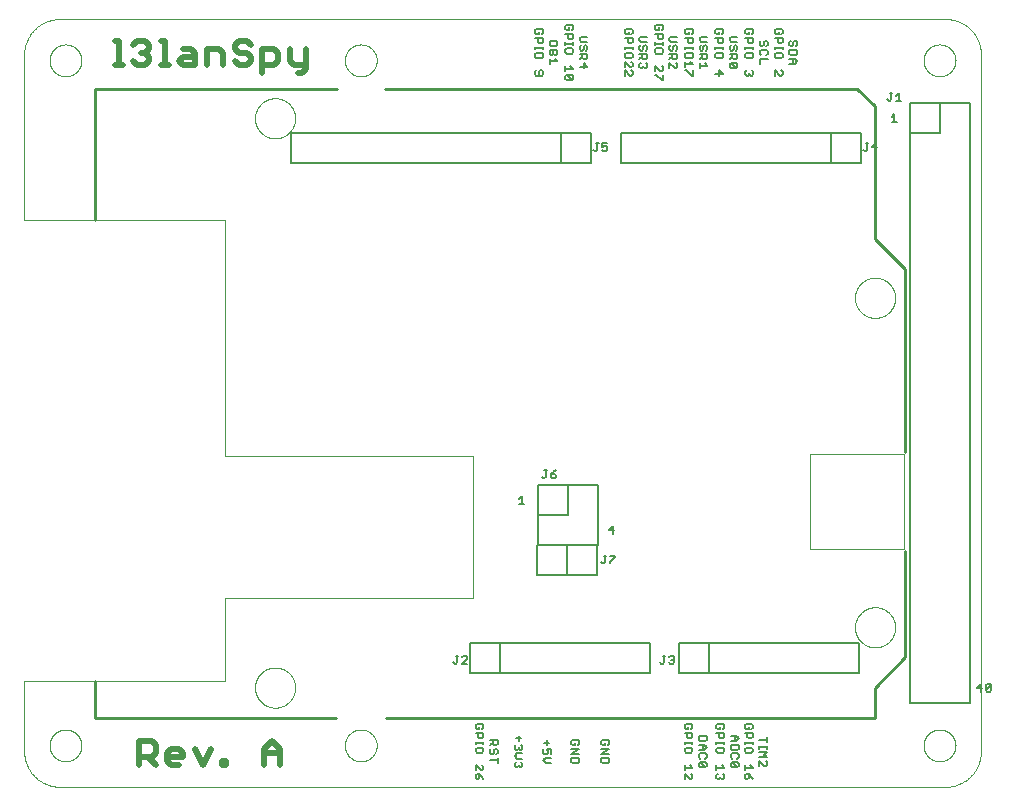
<source format=gto>
G75*
%MOIN*%
%OFA0B0*%
%FSLAX25Y25*%
%IPPOS*%
%LPD*%
%AMOC8*
5,1,8,0,0,1.08239X$1,22.5*
%
%ADD10C,0.00000*%
%ADD11C,0.01000*%
%ADD12C,0.02000*%
%ADD13C,0.00600*%
%ADD14C,0.00500*%
D10*
X0095551Y0157756D02*
X0390827Y0157756D01*
X0391112Y0157759D01*
X0391398Y0157770D01*
X0391683Y0157787D01*
X0391967Y0157811D01*
X0392251Y0157842D01*
X0392534Y0157880D01*
X0392815Y0157925D01*
X0393096Y0157976D01*
X0393376Y0158034D01*
X0393654Y0158099D01*
X0393930Y0158171D01*
X0394204Y0158249D01*
X0394477Y0158334D01*
X0394747Y0158426D01*
X0395015Y0158524D01*
X0395281Y0158628D01*
X0395544Y0158739D01*
X0395804Y0158856D01*
X0396062Y0158979D01*
X0396316Y0159109D01*
X0396567Y0159245D01*
X0396815Y0159386D01*
X0397059Y0159534D01*
X0397300Y0159687D01*
X0397536Y0159847D01*
X0397769Y0160012D01*
X0397998Y0160182D01*
X0398223Y0160358D01*
X0398443Y0160540D01*
X0398659Y0160726D01*
X0398870Y0160918D01*
X0399077Y0161115D01*
X0399279Y0161317D01*
X0399476Y0161524D01*
X0399668Y0161735D01*
X0399854Y0161951D01*
X0400036Y0162171D01*
X0400212Y0162396D01*
X0400382Y0162625D01*
X0400547Y0162858D01*
X0400707Y0163094D01*
X0400860Y0163335D01*
X0401008Y0163579D01*
X0401149Y0163827D01*
X0401285Y0164078D01*
X0401415Y0164332D01*
X0401538Y0164590D01*
X0401655Y0164850D01*
X0401766Y0165113D01*
X0401870Y0165379D01*
X0401968Y0165647D01*
X0402060Y0165917D01*
X0402145Y0166190D01*
X0402223Y0166464D01*
X0402295Y0166740D01*
X0402360Y0167018D01*
X0402418Y0167298D01*
X0402469Y0167579D01*
X0402514Y0167860D01*
X0402552Y0168143D01*
X0402583Y0168427D01*
X0402607Y0168711D01*
X0402624Y0168996D01*
X0402635Y0169282D01*
X0402638Y0169567D01*
X0402638Y0401850D01*
X0402635Y0402135D01*
X0402624Y0402421D01*
X0402607Y0402706D01*
X0402583Y0402990D01*
X0402552Y0403274D01*
X0402514Y0403557D01*
X0402469Y0403838D01*
X0402418Y0404119D01*
X0402360Y0404399D01*
X0402295Y0404677D01*
X0402223Y0404953D01*
X0402145Y0405227D01*
X0402060Y0405500D01*
X0401968Y0405770D01*
X0401870Y0406038D01*
X0401766Y0406304D01*
X0401655Y0406567D01*
X0401538Y0406827D01*
X0401415Y0407085D01*
X0401285Y0407339D01*
X0401149Y0407590D01*
X0401008Y0407838D01*
X0400860Y0408082D01*
X0400707Y0408323D01*
X0400547Y0408559D01*
X0400382Y0408792D01*
X0400212Y0409021D01*
X0400036Y0409246D01*
X0399854Y0409466D01*
X0399668Y0409682D01*
X0399476Y0409893D01*
X0399279Y0410100D01*
X0399077Y0410302D01*
X0398870Y0410499D01*
X0398659Y0410691D01*
X0398443Y0410877D01*
X0398223Y0411059D01*
X0397998Y0411235D01*
X0397769Y0411405D01*
X0397536Y0411570D01*
X0397300Y0411730D01*
X0397059Y0411883D01*
X0396815Y0412031D01*
X0396567Y0412172D01*
X0396316Y0412308D01*
X0396062Y0412438D01*
X0395804Y0412561D01*
X0395544Y0412678D01*
X0395281Y0412789D01*
X0395015Y0412893D01*
X0394747Y0412991D01*
X0394477Y0413083D01*
X0394204Y0413168D01*
X0393930Y0413246D01*
X0393654Y0413318D01*
X0393376Y0413383D01*
X0393096Y0413441D01*
X0392815Y0413492D01*
X0392534Y0413537D01*
X0392251Y0413575D01*
X0391967Y0413606D01*
X0391683Y0413630D01*
X0391398Y0413647D01*
X0391112Y0413658D01*
X0390827Y0413661D01*
X0095551Y0413661D01*
X0095266Y0413658D01*
X0094980Y0413647D01*
X0094695Y0413630D01*
X0094411Y0413606D01*
X0094127Y0413575D01*
X0093844Y0413537D01*
X0093563Y0413492D01*
X0093282Y0413441D01*
X0093002Y0413383D01*
X0092724Y0413318D01*
X0092448Y0413246D01*
X0092174Y0413168D01*
X0091901Y0413083D01*
X0091631Y0412991D01*
X0091363Y0412893D01*
X0091097Y0412789D01*
X0090834Y0412678D01*
X0090574Y0412561D01*
X0090316Y0412438D01*
X0090062Y0412308D01*
X0089811Y0412172D01*
X0089563Y0412031D01*
X0089319Y0411883D01*
X0089078Y0411730D01*
X0088842Y0411570D01*
X0088609Y0411405D01*
X0088380Y0411235D01*
X0088155Y0411059D01*
X0087935Y0410877D01*
X0087719Y0410691D01*
X0087508Y0410499D01*
X0087301Y0410302D01*
X0087099Y0410100D01*
X0086902Y0409893D01*
X0086710Y0409682D01*
X0086524Y0409466D01*
X0086342Y0409246D01*
X0086166Y0409021D01*
X0085996Y0408792D01*
X0085831Y0408559D01*
X0085671Y0408323D01*
X0085518Y0408082D01*
X0085370Y0407838D01*
X0085229Y0407590D01*
X0085093Y0407339D01*
X0084963Y0407085D01*
X0084840Y0406827D01*
X0084723Y0406567D01*
X0084612Y0406304D01*
X0084508Y0406038D01*
X0084410Y0405770D01*
X0084318Y0405500D01*
X0084233Y0405227D01*
X0084155Y0404953D01*
X0084083Y0404677D01*
X0084018Y0404399D01*
X0083960Y0404119D01*
X0083909Y0403838D01*
X0083864Y0403557D01*
X0083826Y0403274D01*
X0083795Y0402990D01*
X0083771Y0402706D01*
X0083754Y0402421D01*
X0083743Y0402135D01*
X0083740Y0401850D01*
X0083740Y0346732D01*
X0150669Y0346732D01*
X0150669Y0267992D01*
X0233346Y0267992D01*
X0233346Y0220748D01*
X0150669Y0220748D01*
X0150669Y0193189D01*
X0083740Y0193189D01*
X0083740Y0169567D01*
X0083743Y0169282D01*
X0083754Y0168996D01*
X0083771Y0168711D01*
X0083795Y0168427D01*
X0083826Y0168143D01*
X0083864Y0167860D01*
X0083909Y0167579D01*
X0083960Y0167298D01*
X0084018Y0167018D01*
X0084083Y0166740D01*
X0084155Y0166464D01*
X0084233Y0166190D01*
X0084318Y0165917D01*
X0084410Y0165647D01*
X0084508Y0165379D01*
X0084612Y0165113D01*
X0084723Y0164850D01*
X0084840Y0164590D01*
X0084963Y0164332D01*
X0085093Y0164078D01*
X0085229Y0163827D01*
X0085370Y0163579D01*
X0085518Y0163335D01*
X0085671Y0163094D01*
X0085831Y0162858D01*
X0085996Y0162625D01*
X0086166Y0162396D01*
X0086342Y0162171D01*
X0086524Y0161951D01*
X0086710Y0161735D01*
X0086902Y0161524D01*
X0087099Y0161317D01*
X0087301Y0161115D01*
X0087508Y0160918D01*
X0087719Y0160726D01*
X0087935Y0160540D01*
X0088155Y0160358D01*
X0088380Y0160182D01*
X0088609Y0160012D01*
X0088842Y0159847D01*
X0089078Y0159687D01*
X0089319Y0159534D01*
X0089563Y0159386D01*
X0089811Y0159245D01*
X0090062Y0159109D01*
X0090316Y0158979D01*
X0090574Y0158856D01*
X0090834Y0158739D01*
X0091097Y0158628D01*
X0091363Y0158524D01*
X0091631Y0158426D01*
X0091901Y0158334D01*
X0092174Y0158249D01*
X0092448Y0158171D01*
X0092724Y0158099D01*
X0093002Y0158034D01*
X0093282Y0157976D01*
X0093563Y0157925D01*
X0093844Y0157880D01*
X0094127Y0157842D01*
X0094411Y0157811D01*
X0094695Y0157787D01*
X0094980Y0157770D01*
X0095266Y0157759D01*
X0095551Y0157756D01*
X0092205Y0171535D02*
X0092207Y0171680D01*
X0092213Y0171825D01*
X0092223Y0171970D01*
X0092237Y0172115D01*
X0092255Y0172259D01*
X0092276Y0172402D01*
X0092302Y0172545D01*
X0092331Y0172687D01*
X0092365Y0172829D01*
X0092402Y0172969D01*
X0092443Y0173108D01*
X0092488Y0173246D01*
X0092537Y0173383D01*
X0092589Y0173519D01*
X0092645Y0173653D01*
X0092705Y0173785D01*
X0092768Y0173916D01*
X0092835Y0174044D01*
X0092905Y0174172D01*
X0092979Y0174297D01*
X0093056Y0174420D01*
X0093136Y0174540D01*
X0093220Y0174659D01*
X0093307Y0174775D01*
X0093397Y0174889D01*
X0093490Y0175001D01*
X0093586Y0175109D01*
X0093686Y0175215D01*
X0093787Y0175319D01*
X0093892Y0175419D01*
X0094000Y0175517D01*
X0094110Y0175612D01*
X0094222Y0175703D01*
X0094337Y0175792D01*
X0094455Y0175877D01*
X0094575Y0175959D01*
X0094697Y0176038D01*
X0094821Y0176114D01*
X0094947Y0176186D01*
X0095075Y0176254D01*
X0095205Y0176319D01*
X0095336Y0176381D01*
X0095469Y0176438D01*
X0095604Y0176493D01*
X0095740Y0176543D01*
X0095878Y0176590D01*
X0096016Y0176633D01*
X0096156Y0176672D01*
X0096297Y0176707D01*
X0096439Y0176739D01*
X0096581Y0176766D01*
X0096724Y0176790D01*
X0096868Y0176810D01*
X0097013Y0176826D01*
X0097157Y0176838D01*
X0097302Y0176846D01*
X0097447Y0176850D01*
X0097593Y0176850D01*
X0097738Y0176846D01*
X0097883Y0176838D01*
X0098027Y0176826D01*
X0098172Y0176810D01*
X0098316Y0176790D01*
X0098459Y0176766D01*
X0098601Y0176739D01*
X0098743Y0176707D01*
X0098884Y0176672D01*
X0099024Y0176633D01*
X0099162Y0176590D01*
X0099300Y0176543D01*
X0099436Y0176493D01*
X0099571Y0176438D01*
X0099704Y0176381D01*
X0099835Y0176319D01*
X0099965Y0176254D01*
X0100093Y0176186D01*
X0100219Y0176114D01*
X0100343Y0176038D01*
X0100465Y0175959D01*
X0100585Y0175877D01*
X0100703Y0175792D01*
X0100818Y0175703D01*
X0100930Y0175612D01*
X0101040Y0175517D01*
X0101148Y0175419D01*
X0101253Y0175319D01*
X0101354Y0175215D01*
X0101454Y0175109D01*
X0101550Y0175001D01*
X0101643Y0174889D01*
X0101733Y0174775D01*
X0101820Y0174659D01*
X0101904Y0174540D01*
X0101984Y0174420D01*
X0102061Y0174297D01*
X0102135Y0174172D01*
X0102205Y0174044D01*
X0102272Y0173916D01*
X0102335Y0173785D01*
X0102395Y0173653D01*
X0102451Y0173519D01*
X0102503Y0173383D01*
X0102552Y0173246D01*
X0102597Y0173108D01*
X0102638Y0172969D01*
X0102675Y0172829D01*
X0102709Y0172687D01*
X0102738Y0172545D01*
X0102764Y0172402D01*
X0102785Y0172259D01*
X0102803Y0172115D01*
X0102817Y0171970D01*
X0102827Y0171825D01*
X0102833Y0171680D01*
X0102835Y0171535D01*
X0102833Y0171390D01*
X0102827Y0171245D01*
X0102817Y0171100D01*
X0102803Y0170955D01*
X0102785Y0170811D01*
X0102764Y0170668D01*
X0102738Y0170525D01*
X0102709Y0170383D01*
X0102675Y0170241D01*
X0102638Y0170101D01*
X0102597Y0169962D01*
X0102552Y0169824D01*
X0102503Y0169687D01*
X0102451Y0169551D01*
X0102395Y0169417D01*
X0102335Y0169285D01*
X0102272Y0169154D01*
X0102205Y0169026D01*
X0102135Y0168898D01*
X0102061Y0168773D01*
X0101984Y0168650D01*
X0101904Y0168530D01*
X0101820Y0168411D01*
X0101733Y0168295D01*
X0101643Y0168181D01*
X0101550Y0168069D01*
X0101454Y0167961D01*
X0101354Y0167855D01*
X0101253Y0167751D01*
X0101148Y0167651D01*
X0101040Y0167553D01*
X0100930Y0167458D01*
X0100818Y0167367D01*
X0100703Y0167278D01*
X0100585Y0167193D01*
X0100465Y0167111D01*
X0100343Y0167032D01*
X0100219Y0166956D01*
X0100093Y0166884D01*
X0099965Y0166816D01*
X0099835Y0166751D01*
X0099704Y0166689D01*
X0099571Y0166632D01*
X0099436Y0166577D01*
X0099300Y0166527D01*
X0099162Y0166480D01*
X0099024Y0166437D01*
X0098884Y0166398D01*
X0098743Y0166363D01*
X0098601Y0166331D01*
X0098459Y0166304D01*
X0098316Y0166280D01*
X0098172Y0166260D01*
X0098027Y0166244D01*
X0097883Y0166232D01*
X0097738Y0166224D01*
X0097593Y0166220D01*
X0097447Y0166220D01*
X0097302Y0166224D01*
X0097157Y0166232D01*
X0097013Y0166244D01*
X0096868Y0166260D01*
X0096724Y0166280D01*
X0096581Y0166304D01*
X0096439Y0166331D01*
X0096297Y0166363D01*
X0096156Y0166398D01*
X0096016Y0166437D01*
X0095878Y0166480D01*
X0095740Y0166527D01*
X0095604Y0166577D01*
X0095469Y0166632D01*
X0095336Y0166689D01*
X0095205Y0166751D01*
X0095075Y0166816D01*
X0094947Y0166884D01*
X0094821Y0166956D01*
X0094697Y0167032D01*
X0094575Y0167111D01*
X0094455Y0167193D01*
X0094337Y0167278D01*
X0094222Y0167367D01*
X0094110Y0167458D01*
X0094000Y0167553D01*
X0093892Y0167651D01*
X0093787Y0167751D01*
X0093686Y0167855D01*
X0093586Y0167961D01*
X0093490Y0168069D01*
X0093397Y0168181D01*
X0093307Y0168295D01*
X0093220Y0168411D01*
X0093136Y0168530D01*
X0093056Y0168650D01*
X0092979Y0168773D01*
X0092905Y0168898D01*
X0092835Y0169026D01*
X0092768Y0169154D01*
X0092705Y0169285D01*
X0092645Y0169417D01*
X0092589Y0169551D01*
X0092537Y0169687D01*
X0092488Y0169824D01*
X0092443Y0169962D01*
X0092402Y0170101D01*
X0092365Y0170241D01*
X0092331Y0170383D01*
X0092302Y0170525D01*
X0092276Y0170668D01*
X0092255Y0170811D01*
X0092237Y0170955D01*
X0092223Y0171100D01*
X0092213Y0171245D01*
X0092207Y0171390D01*
X0092205Y0171535D01*
X0160669Y0190827D02*
X0160671Y0190991D01*
X0160677Y0191155D01*
X0160687Y0191319D01*
X0160701Y0191483D01*
X0160719Y0191646D01*
X0160741Y0191809D01*
X0160768Y0191971D01*
X0160798Y0192133D01*
X0160832Y0192293D01*
X0160870Y0192453D01*
X0160911Y0192612D01*
X0160957Y0192770D01*
X0161007Y0192926D01*
X0161060Y0193082D01*
X0161117Y0193236D01*
X0161178Y0193388D01*
X0161243Y0193539D01*
X0161312Y0193689D01*
X0161384Y0193836D01*
X0161459Y0193982D01*
X0161539Y0194126D01*
X0161621Y0194268D01*
X0161707Y0194408D01*
X0161797Y0194545D01*
X0161890Y0194681D01*
X0161986Y0194814D01*
X0162086Y0194945D01*
X0162188Y0195073D01*
X0162294Y0195199D01*
X0162403Y0195322D01*
X0162515Y0195442D01*
X0162629Y0195560D01*
X0162747Y0195674D01*
X0162867Y0195786D01*
X0162990Y0195895D01*
X0163116Y0196001D01*
X0163244Y0196103D01*
X0163375Y0196203D01*
X0163508Y0196299D01*
X0163644Y0196392D01*
X0163781Y0196482D01*
X0163921Y0196568D01*
X0164063Y0196650D01*
X0164207Y0196730D01*
X0164353Y0196805D01*
X0164500Y0196877D01*
X0164650Y0196946D01*
X0164801Y0197011D01*
X0164953Y0197072D01*
X0165107Y0197129D01*
X0165263Y0197182D01*
X0165419Y0197232D01*
X0165577Y0197278D01*
X0165736Y0197319D01*
X0165896Y0197357D01*
X0166056Y0197391D01*
X0166218Y0197421D01*
X0166380Y0197448D01*
X0166543Y0197470D01*
X0166706Y0197488D01*
X0166870Y0197502D01*
X0167034Y0197512D01*
X0167198Y0197518D01*
X0167362Y0197520D01*
X0167526Y0197518D01*
X0167690Y0197512D01*
X0167854Y0197502D01*
X0168018Y0197488D01*
X0168181Y0197470D01*
X0168344Y0197448D01*
X0168506Y0197421D01*
X0168668Y0197391D01*
X0168828Y0197357D01*
X0168988Y0197319D01*
X0169147Y0197278D01*
X0169305Y0197232D01*
X0169461Y0197182D01*
X0169617Y0197129D01*
X0169771Y0197072D01*
X0169923Y0197011D01*
X0170074Y0196946D01*
X0170224Y0196877D01*
X0170371Y0196805D01*
X0170517Y0196730D01*
X0170661Y0196650D01*
X0170803Y0196568D01*
X0170943Y0196482D01*
X0171080Y0196392D01*
X0171216Y0196299D01*
X0171349Y0196203D01*
X0171480Y0196103D01*
X0171608Y0196001D01*
X0171734Y0195895D01*
X0171857Y0195786D01*
X0171977Y0195674D01*
X0172095Y0195560D01*
X0172209Y0195442D01*
X0172321Y0195322D01*
X0172430Y0195199D01*
X0172536Y0195073D01*
X0172638Y0194945D01*
X0172738Y0194814D01*
X0172834Y0194681D01*
X0172927Y0194545D01*
X0173017Y0194408D01*
X0173103Y0194268D01*
X0173185Y0194126D01*
X0173265Y0193982D01*
X0173340Y0193836D01*
X0173412Y0193689D01*
X0173481Y0193539D01*
X0173546Y0193388D01*
X0173607Y0193236D01*
X0173664Y0193082D01*
X0173717Y0192926D01*
X0173767Y0192770D01*
X0173813Y0192612D01*
X0173854Y0192453D01*
X0173892Y0192293D01*
X0173926Y0192133D01*
X0173956Y0191971D01*
X0173983Y0191809D01*
X0174005Y0191646D01*
X0174023Y0191483D01*
X0174037Y0191319D01*
X0174047Y0191155D01*
X0174053Y0190991D01*
X0174055Y0190827D01*
X0174053Y0190663D01*
X0174047Y0190499D01*
X0174037Y0190335D01*
X0174023Y0190171D01*
X0174005Y0190008D01*
X0173983Y0189845D01*
X0173956Y0189683D01*
X0173926Y0189521D01*
X0173892Y0189361D01*
X0173854Y0189201D01*
X0173813Y0189042D01*
X0173767Y0188884D01*
X0173717Y0188728D01*
X0173664Y0188572D01*
X0173607Y0188418D01*
X0173546Y0188266D01*
X0173481Y0188115D01*
X0173412Y0187965D01*
X0173340Y0187818D01*
X0173265Y0187672D01*
X0173185Y0187528D01*
X0173103Y0187386D01*
X0173017Y0187246D01*
X0172927Y0187109D01*
X0172834Y0186973D01*
X0172738Y0186840D01*
X0172638Y0186709D01*
X0172536Y0186581D01*
X0172430Y0186455D01*
X0172321Y0186332D01*
X0172209Y0186212D01*
X0172095Y0186094D01*
X0171977Y0185980D01*
X0171857Y0185868D01*
X0171734Y0185759D01*
X0171608Y0185653D01*
X0171480Y0185551D01*
X0171349Y0185451D01*
X0171216Y0185355D01*
X0171080Y0185262D01*
X0170943Y0185172D01*
X0170803Y0185086D01*
X0170661Y0185004D01*
X0170517Y0184924D01*
X0170371Y0184849D01*
X0170224Y0184777D01*
X0170074Y0184708D01*
X0169923Y0184643D01*
X0169771Y0184582D01*
X0169617Y0184525D01*
X0169461Y0184472D01*
X0169305Y0184422D01*
X0169147Y0184376D01*
X0168988Y0184335D01*
X0168828Y0184297D01*
X0168668Y0184263D01*
X0168506Y0184233D01*
X0168344Y0184206D01*
X0168181Y0184184D01*
X0168018Y0184166D01*
X0167854Y0184152D01*
X0167690Y0184142D01*
X0167526Y0184136D01*
X0167362Y0184134D01*
X0167198Y0184136D01*
X0167034Y0184142D01*
X0166870Y0184152D01*
X0166706Y0184166D01*
X0166543Y0184184D01*
X0166380Y0184206D01*
X0166218Y0184233D01*
X0166056Y0184263D01*
X0165896Y0184297D01*
X0165736Y0184335D01*
X0165577Y0184376D01*
X0165419Y0184422D01*
X0165263Y0184472D01*
X0165107Y0184525D01*
X0164953Y0184582D01*
X0164801Y0184643D01*
X0164650Y0184708D01*
X0164500Y0184777D01*
X0164353Y0184849D01*
X0164207Y0184924D01*
X0164063Y0185004D01*
X0163921Y0185086D01*
X0163781Y0185172D01*
X0163644Y0185262D01*
X0163508Y0185355D01*
X0163375Y0185451D01*
X0163244Y0185551D01*
X0163116Y0185653D01*
X0162990Y0185759D01*
X0162867Y0185868D01*
X0162747Y0185980D01*
X0162629Y0186094D01*
X0162515Y0186212D01*
X0162403Y0186332D01*
X0162294Y0186455D01*
X0162188Y0186581D01*
X0162086Y0186709D01*
X0161986Y0186840D01*
X0161890Y0186973D01*
X0161797Y0187109D01*
X0161707Y0187246D01*
X0161621Y0187386D01*
X0161539Y0187528D01*
X0161459Y0187672D01*
X0161384Y0187818D01*
X0161312Y0187965D01*
X0161243Y0188115D01*
X0161178Y0188266D01*
X0161117Y0188418D01*
X0161060Y0188572D01*
X0161007Y0188728D01*
X0160957Y0188884D01*
X0160911Y0189042D01*
X0160870Y0189201D01*
X0160832Y0189361D01*
X0160798Y0189521D01*
X0160768Y0189683D01*
X0160741Y0189845D01*
X0160719Y0190008D01*
X0160701Y0190171D01*
X0160687Y0190335D01*
X0160677Y0190499D01*
X0160671Y0190663D01*
X0160669Y0190827D01*
X0190630Y0171535D02*
X0190632Y0171680D01*
X0190638Y0171825D01*
X0190648Y0171970D01*
X0190662Y0172115D01*
X0190680Y0172259D01*
X0190701Y0172402D01*
X0190727Y0172545D01*
X0190756Y0172687D01*
X0190790Y0172829D01*
X0190827Y0172969D01*
X0190868Y0173108D01*
X0190913Y0173246D01*
X0190962Y0173383D01*
X0191014Y0173519D01*
X0191070Y0173653D01*
X0191130Y0173785D01*
X0191193Y0173916D01*
X0191260Y0174044D01*
X0191330Y0174172D01*
X0191404Y0174297D01*
X0191481Y0174420D01*
X0191561Y0174540D01*
X0191645Y0174659D01*
X0191732Y0174775D01*
X0191822Y0174889D01*
X0191915Y0175001D01*
X0192011Y0175109D01*
X0192111Y0175215D01*
X0192212Y0175319D01*
X0192317Y0175419D01*
X0192425Y0175517D01*
X0192535Y0175612D01*
X0192647Y0175703D01*
X0192762Y0175792D01*
X0192880Y0175877D01*
X0193000Y0175959D01*
X0193122Y0176038D01*
X0193246Y0176114D01*
X0193372Y0176186D01*
X0193500Y0176254D01*
X0193630Y0176319D01*
X0193761Y0176381D01*
X0193894Y0176438D01*
X0194029Y0176493D01*
X0194165Y0176543D01*
X0194303Y0176590D01*
X0194441Y0176633D01*
X0194581Y0176672D01*
X0194722Y0176707D01*
X0194864Y0176739D01*
X0195006Y0176766D01*
X0195149Y0176790D01*
X0195293Y0176810D01*
X0195438Y0176826D01*
X0195582Y0176838D01*
X0195727Y0176846D01*
X0195872Y0176850D01*
X0196018Y0176850D01*
X0196163Y0176846D01*
X0196308Y0176838D01*
X0196452Y0176826D01*
X0196597Y0176810D01*
X0196741Y0176790D01*
X0196884Y0176766D01*
X0197026Y0176739D01*
X0197168Y0176707D01*
X0197309Y0176672D01*
X0197449Y0176633D01*
X0197587Y0176590D01*
X0197725Y0176543D01*
X0197861Y0176493D01*
X0197996Y0176438D01*
X0198129Y0176381D01*
X0198260Y0176319D01*
X0198390Y0176254D01*
X0198518Y0176186D01*
X0198644Y0176114D01*
X0198768Y0176038D01*
X0198890Y0175959D01*
X0199010Y0175877D01*
X0199128Y0175792D01*
X0199243Y0175703D01*
X0199355Y0175612D01*
X0199465Y0175517D01*
X0199573Y0175419D01*
X0199678Y0175319D01*
X0199779Y0175215D01*
X0199879Y0175109D01*
X0199975Y0175001D01*
X0200068Y0174889D01*
X0200158Y0174775D01*
X0200245Y0174659D01*
X0200329Y0174540D01*
X0200409Y0174420D01*
X0200486Y0174297D01*
X0200560Y0174172D01*
X0200630Y0174044D01*
X0200697Y0173916D01*
X0200760Y0173785D01*
X0200820Y0173653D01*
X0200876Y0173519D01*
X0200928Y0173383D01*
X0200977Y0173246D01*
X0201022Y0173108D01*
X0201063Y0172969D01*
X0201100Y0172829D01*
X0201134Y0172687D01*
X0201163Y0172545D01*
X0201189Y0172402D01*
X0201210Y0172259D01*
X0201228Y0172115D01*
X0201242Y0171970D01*
X0201252Y0171825D01*
X0201258Y0171680D01*
X0201260Y0171535D01*
X0201258Y0171390D01*
X0201252Y0171245D01*
X0201242Y0171100D01*
X0201228Y0170955D01*
X0201210Y0170811D01*
X0201189Y0170668D01*
X0201163Y0170525D01*
X0201134Y0170383D01*
X0201100Y0170241D01*
X0201063Y0170101D01*
X0201022Y0169962D01*
X0200977Y0169824D01*
X0200928Y0169687D01*
X0200876Y0169551D01*
X0200820Y0169417D01*
X0200760Y0169285D01*
X0200697Y0169154D01*
X0200630Y0169026D01*
X0200560Y0168898D01*
X0200486Y0168773D01*
X0200409Y0168650D01*
X0200329Y0168530D01*
X0200245Y0168411D01*
X0200158Y0168295D01*
X0200068Y0168181D01*
X0199975Y0168069D01*
X0199879Y0167961D01*
X0199779Y0167855D01*
X0199678Y0167751D01*
X0199573Y0167651D01*
X0199465Y0167553D01*
X0199355Y0167458D01*
X0199243Y0167367D01*
X0199128Y0167278D01*
X0199010Y0167193D01*
X0198890Y0167111D01*
X0198768Y0167032D01*
X0198644Y0166956D01*
X0198518Y0166884D01*
X0198390Y0166816D01*
X0198260Y0166751D01*
X0198129Y0166689D01*
X0197996Y0166632D01*
X0197861Y0166577D01*
X0197725Y0166527D01*
X0197587Y0166480D01*
X0197449Y0166437D01*
X0197309Y0166398D01*
X0197168Y0166363D01*
X0197026Y0166331D01*
X0196884Y0166304D01*
X0196741Y0166280D01*
X0196597Y0166260D01*
X0196452Y0166244D01*
X0196308Y0166232D01*
X0196163Y0166224D01*
X0196018Y0166220D01*
X0195872Y0166220D01*
X0195727Y0166224D01*
X0195582Y0166232D01*
X0195438Y0166244D01*
X0195293Y0166260D01*
X0195149Y0166280D01*
X0195006Y0166304D01*
X0194864Y0166331D01*
X0194722Y0166363D01*
X0194581Y0166398D01*
X0194441Y0166437D01*
X0194303Y0166480D01*
X0194165Y0166527D01*
X0194029Y0166577D01*
X0193894Y0166632D01*
X0193761Y0166689D01*
X0193630Y0166751D01*
X0193500Y0166816D01*
X0193372Y0166884D01*
X0193246Y0166956D01*
X0193122Y0167032D01*
X0193000Y0167111D01*
X0192880Y0167193D01*
X0192762Y0167278D01*
X0192647Y0167367D01*
X0192535Y0167458D01*
X0192425Y0167553D01*
X0192317Y0167651D01*
X0192212Y0167751D01*
X0192111Y0167855D01*
X0192011Y0167961D01*
X0191915Y0168069D01*
X0191822Y0168181D01*
X0191732Y0168295D01*
X0191645Y0168411D01*
X0191561Y0168530D01*
X0191481Y0168650D01*
X0191404Y0168773D01*
X0191330Y0168898D01*
X0191260Y0169026D01*
X0191193Y0169154D01*
X0191130Y0169285D01*
X0191070Y0169417D01*
X0191014Y0169551D01*
X0190962Y0169687D01*
X0190913Y0169824D01*
X0190868Y0169962D01*
X0190827Y0170101D01*
X0190790Y0170241D01*
X0190756Y0170383D01*
X0190727Y0170525D01*
X0190701Y0170668D01*
X0190680Y0170811D01*
X0190662Y0170955D01*
X0190648Y0171100D01*
X0190638Y0171245D01*
X0190632Y0171390D01*
X0190630Y0171535D01*
X0345551Y0237087D02*
X0345551Y0268583D01*
X0377047Y0268583D01*
X0377047Y0237087D01*
X0345551Y0237087D01*
X0360669Y0210906D02*
X0360671Y0211070D01*
X0360677Y0211234D01*
X0360687Y0211398D01*
X0360701Y0211562D01*
X0360719Y0211725D01*
X0360741Y0211888D01*
X0360768Y0212050D01*
X0360798Y0212212D01*
X0360832Y0212372D01*
X0360870Y0212532D01*
X0360911Y0212691D01*
X0360957Y0212849D01*
X0361007Y0213005D01*
X0361060Y0213161D01*
X0361117Y0213315D01*
X0361178Y0213467D01*
X0361243Y0213618D01*
X0361312Y0213768D01*
X0361384Y0213915D01*
X0361459Y0214061D01*
X0361539Y0214205D01*
X0361621Y0214347D01*
X0361707Y0214487D01*
X0361797Y0214624D01*
X0361890Y0214760D01*
X0361986Y0214893D01*
X0362086Y0215024D01*
X0362188Y0215152D01*
X0362294Y0215278D01*
X0362403Y0215401D01*
X0362515Y0215521D01*
X0362629Y0215639D01*
X0362747Y0215753D01*
X0362867Y0215865D01*
X0362990Y0215974D01*
X0363116Y0216080D01*
X0363244Y0216182D01*
X0363375Y0216282D01*
X0363508Y0216378D01*
X0363644Y0216471D01*
X0363781Y0216561D01*
X0363921Y0216647D01*
X0364063Y0216729D01*
X0364207Y0216809D01*
X0364353Y0216884D01*
X0364500Y0216956D01*
X0364650Y0217025D01*
X0364801Y0217090D01*
X0364953Y0217151D01*
X0365107Y0217208D01*
X0365263Y0217261D01*
X0365419Y0217311D01*
X0365577Y0217357D01*
X0365736Y0217398D01*
X0365896Y0217436D01*
X0366056Y0217470D01*
X0366218Y0217500D01*
X0366380Y0217527D01*
X0366543Y0217549D01*
X0366706Y0217567D01*
X0366870Y0217581D01*
X0367034Y0217591D01*
X0367198Y0217597D01*
X0367362Y0217599D01*
X0367526Y0217597D01*
X0367690Y0217591D01*
X0367854Y0217581D01*
X0368018Y0217567D01*
X0368181Y0217549D01*
X0368344Y0217527D01*
X0368506Y0217500D01*
X0368668Y0217470D01*
X0368828Y0217436D01*
X0368988Y0217398D01*
X0369147Y0217357D01*
X0369305Y0217311D01*
X0369461Y0217261D01*
X0369617Y0217208D01*
X0369771Y0217151D01*
X0369923Y0217090D01*
X0370074Y0217025D01*
X0370224Y0216956D01*
X0370371Y0216884D01*
X0370517Y0216809D01*
X0370661Y0216729D01*
X0370803Y0216647D01*
X0370943Y0216561D01*
X0371080Y0216471D01*
X0371216Y0216378D01*
X0371349Y0216282D01*
X0371480Y0216182D01*
X0371608Y0216080D01*
X0371734Y0215974D01*
X0371857Y0215865D01*
X0371977Y0215753D01*
X0372095Y0215639D01*
X0372209Y0215521D01*
X0372321Y0215401D01*
X0372430Y0215278D01*
X0372536Y0215152D01*
X0372638Y0215024D01*
X0372738Y0214893D01*
X0372834Y0214760D01*
X0372927Y0214624D01*
X0373017Y0214487D01*
X0373103Y0214347D01*
X0373185Y0214205D01*
X0373265Y0214061D01*
X0373340Y0213915D01*
X0373412Y0213768D01*
X0373481Y0213618D01*
X0373546Y0213467D01*
X0373607Y0213315D01*
X0373664Y0213161D01*
X0373717Y0213005D01*
X0373767Y0212849D01*
X0373813Y0212691D01*
X0373854Y0212532D01*
X0373892Y0212372D01*
X0373926Y0212212D01*
X0373956Y0212050D01*
X0373983Y0211888D01*
X0374005Y0211725D01*
X0374023Y0211562D01*
X0374037Y0211398D01*
X0374047Y0211234D01*
X0374053Y0211070D01*
X0374055Y0210906D01*
X0374053Y0210742D01*
X0374047Y0210578D01*
X0374037Y0210414D01*
X0374023Y0210250D01*
X0374005Y0210087D01*
X0373983Y0209924D01*
X0373956Y0209762D01*
X0373926Y0209600D01*
X0373892Y0209440D01*
X0373854Y0209280D01*
X0373813Y0209121D01*
X0373767Y0208963D01*
X0373717Y0208807D01*
X0373664Y0208651D01*
X0373607Y0208497D01*
X0373546Y0208345D01*
X0373481Y0208194D01*
X0373412Y0208044D01*
X0373340Y0207897D01*
X0373265Y0207751D01*
X0373185Y0207607D01*
X0373103Y0207465D01*
X0373017Y0207325D01*
X0372927Y0207188D01*
X0372834Y0207052D01*
X0372738Y0206919D01*
X0372638Y0206788D01*
X0372536Y0206660D01*
X0372430Y0206534D01*
X0372321Y0206411D01*
X0372209Y0206291D01*
X0372095Y0206173D01*
X0371977Y0206059D01*
X0371857Y0205947D01*
X0371734Y0205838D01*
X0371608Y0205732D01*
X0371480Y0205630D01*
X0371349Y0205530D01*
X0371216Y0205434D01*
X0371080Y0205341D01*
X0370943Y0205251D01*
X0370803Y0205165D01*
X0370661Y0205083D01*
X0370517Y0205003D01*
X0370371Y0204928D01*
X0370224Y0204856D01*
X0370074Y0204787D01*
X0369923Y0204722D01*
X0369771Y0204661D01*
X0369617Y0204604D01*
X0369461Y0204551D01*
X0369305Y0204501D01*
X0369147Y0204455D01*
X0368988Y0204414D01*
X0368828Y0204376D01*
X0368668Y0204342D01*
X0368506Y0204312D01*
X0368344Y0204285D01*
X0368181Y0204263D01*
X0368018Y0204245D01*
X0367854Y0204231D01*
X0367690Y0204221D01*
X0367526Y0204215D01*
X0367362Y0204213D01*
X0367198Y0204215D01*
X0367034Y0204221D01*
X0366870Y0204231D01*
X0366706Y0204245D01*
X0366543Y0204263D01*
X0366380Y0204285D01*
X0366218Y0204312D01*
X0366056Y0204342D01*
X0365896Y0204376D01*
X0365736Y0204414D01*
X0365577Y0204455D01*
X0365419Y0204501D01*
X0365263Y0204551D01*
X0365107Y0204604D01*
X0364953Y0204661D01*
X0364801Y0204722D01*
X0364650Y0204787D01*
X0364500Y0204856D01*
X0364353Y0204928D01*
X0364207Y0205003D01*
X0364063Y0205083D01*
X0363921Y0205165D01*
X0363781Y0205251D01*
X0363644Y0205341D01*
X0363508Y0205434D01*
X0363375Y0205530D01*
X0363244Y0205630D01*
X0363116Y0205732D01*
X0362990Y0205838D01*
X0362867Y0205947D01*
X0362747Y0206059D01*
X0362629Y0206173D01*
X0362515Y0206291D01*
X0362403Y0206411D01*
X0362294Y0206534D01*
X0362188Y0206660D01*
X0362086Y0206788D01*
X0361986Y0206919D01*
X0361890Y0207052D01*
X0361797Y0207188D01*
X0361707Y0207325D01*
X0361621Y0207465D01*
X0361539Y0207607D01*
X0361459Y0207751D01*
X0361384Y0207897D01*
X0361312Y0208044D01*
X0361243Y0208194D01*
X0361178Y0208345D01*
X0361117Y0208497D01*
X0361060Y0208651D01*
X0361007Y0208807D01*
X0360957Y0208963D01*
X0360911Y0209121D01*
X0360870Y0209280D01*
X0360832Y0209440D01*
X0360798Y0209600D01*
X0360768Y0209762D01*
X0360741Y0209924D01*
X0360719Y0210087D01*
X0360701Y0210250D01*
X0360687Y0210414D01*
X0360677Y0210578D01*
X0360671Y0210742D01*
X0360669Y0210906D01*
X0383543Y0171535D02*
X0383545Y0171680D01*
X0383551Y0171825D01*
X0383561Y0171970D01*
X0383575Y0172115D01*
X0383593Y0172259D01*
X0383614Y0172402D01*
X0383640Y0172545D01*
X0383669Y0172687D01*
X0383703Y0172829D01*
X0383740Y0172969D01*
X0383781Y0173108D01*
X0383826Y0173246D01*
X0383875Y0173383D01*
X0383927Y0173519D01*
X0383983Y0173653D01*
X0384043Y0173785D01*
X0384106Y0173916D01*
X0384173Y0174044D01*
X0384243Y0174172D01*
X0384317Y0174297D01*
X0384394Y0174420D01*
X0384474Y0174540D01*
X0384558Y0174659D01*
X0384645Y0174775D01*
X0384735Y0174889D01*
X0384828Y0175001D01*
X0384924Y0175109D01*
X0385024Y0175215D01*
X0385125Y0175319D01*
X0385230Y0175419D01*
X0385338Y0175517D01*
X0385448Y0175612D01*
X0385560Y0175703D01*
X0385675Y0175792D01*
X0385793Y0175877D01*
X0385913Y0175959D01*
X0386035Y0176038D01*
X0386159Y0176114D01*
X0386285Y0176186D01*
X0386413Y0176254D01*
X0386543Y0176319D01*
X0386674Y0176381D01*
X0386807Y0176438D01*
X0386942Y0176493D01*
X0387078Y0176543D01*
X0387216Y0176590D01*
X0387354Y0176633D01*
X0387494Y0176672D01*
X0387635Y0176707D01*
X0387777Y0176739D01*
X0387919Y0176766D01*
X0388062Y0176790D01*
X0388206Y0176810D01*
X0388351Y0176826D01*
X0388495Y0176838D01*
X0388640Y0176846D01*
X0388785Y0176850D01*
X0388931Y0176850D01*
X0389076Y0176846D01*
X0389221Y0176838D01*
X0389365Y0176826D01*
X0389510Y0176810D01*
X0389654Y0176790D01*
X0389797Y0176766D01*
X0389939Y0176739D01*
X0390081Y0176707D01*
X0390222Y0176672D01*
X0390362Y0176633D01*
X0390500Y0176590D01*
X0390638Y0176543D01*
X0390774Y0176493D01*
X0390909Y0176438D01*
X0391042Y0176381D01*
X0391173Y0176319D01*
X0391303Y0176254D01*
X0391431Y0176186D01*
X0391557Y0176114D01*
X0391681Y0176038D01*
X0391803Y0175959D01*
X0391923Y0175877D01*
X0392041Y0175792D01*
X0392156Y0175703D01*
X0392268Y0175612D01*
X0392378Y0175517D01*
X0392486Y0175419D01*
X0392591Y0175319D01*
X0392692Y0175215D01*
X0392792Y0175109D01*
X0392888Y0175001D01*
X0392981Y0174889D01*
X0393071Y0174775D01*
X0393158Y0174659D01*
X0393242Y0174540D01*
X0393322Y0174420D01*
X0393399Y0174297D01*
X0393473Y0174172D01*
X0393543Y0174044D01*
X0393610Y0173916D01*
X0393673Y0173785D01*
X0393733Y0173653D01*
X0393789Y0173519D01*
X0393841Y0173383D01*
X0393890Y0173246D01*
X0393935Y0173108D01*
X0393976Y0172969D01*
X0394013Y0172829D01*
X0394047Y0172687D01*
X0394076Y0172545D01*
X0394102Y0172402D01*
X0394123Y0172259D01*
X0394141Y0172115D01*
X0394155Y0171970D01*
X0394165Y0171825D01*
X0394171Y0171680D01*
X0394173Y0171535D01*
X0394171Y0171390D01*
X0394165Y0171245D01*
X0394155Y0171100D01*
X0394141Y0170955D01*
X0394123Y0170811D01*
X0394102Y0170668D01*
X0394076Y0170525D01*
X0394047Y0170383D01*
X0394013Y0170241D01*
X0393976Y0170101D01*
X0393935Y0169962D01*
X0393890Y0169824D01*
X0393841Y0169687D01*
X0393789Y0169551D01*
X0393733Y0169417D01*
X0393673Y0169285D01*
X0393610Y0169154D01*
X0393543Y0169026D01*
X0393473Y0168898D01*
X0393399Y0168773D01*
X0393322Y0168650D01*
X0393242Y0168530D01*
X0393158Y0168411D01*
X0393071Y0168295D01*
X0392981Y0168181D01*
X0392888Y0168069D01*
X0392792Y0167961D01*
X0392692Y0167855D01*
X0392591Y0167751D01*
X0392486Y0167651D01*
X0392378Y0167553D01*
X0392268Y0167458D01*
X0392156Y0167367D01*
X0392041Y0167278D01*
X0391923Y0167193D01*
X0391803Y0167111D01*
X0391681Y0167032D01*
X0391557Y0166956D01*
X0391431Y0166884D01*
X0391303Y0166816D01*
X0391173Y0166751D01*
X0391042Y0166689D01*
X0390909Y0166632D01*
X0390774Y0166577D01*
X0390638Y0166527D01*
X0390500Y0166480D01*
X0390362Y0166437D01*
X0390222Y0166398D01*
X0390081Y0166363D01*
X0389939Y0166331D01*
X0389797Y0166304D01*
X0389654Y0166280D01*
X0389510Y0166260D01*
X0389365Y0166244D01*
X0389221Y0166232D01*
X0389076Y0166224D01*
X0388931Y0166220D01*
X0388785Y0166220D01*
X0388640Y0166224D01*
X0388495Y0166232D01*
X0388351Y0166244D01*
X0388206Y0166260D01*
X0388062Y0166280D01*
X0387919Y0166304D01*
X0387777Y0166331D01*
X0387635Y0166363D01*
X0387494Y0166398D01*
X0387354Y0166437D01*
X0387216Y0166480D01*
X0387078Y0166527D01*
X0386942Y0166577D01*
X0386807Y0166632D01*
X0386674Y0166689D01*
X0386543Y0166751D01*
X0386413Y0166816D01*
X0386285Y0166884D01*
X0386159Y0166956D01*
X0386035Y0167032D01*
X0385913Y0167111D01*
X0385793Y0167193D01*
X0385675Y0167278D01*
X0385560Y0167367D01*
X0385448Y0167458D01*
X0385338Y0167553D01*
X0385230Y0167651D01*
X0385125Y0167751D01*
X0385024Y0167855D01*
X0384924Y0167961D01*
X0384828Y0168069D01*
X0384735Y0168181D01*
X0384645Y0168295D01*
X0384558Y0168411D01*
X0384474Y0168530D01*
X0384394Y0168650D01*
X0384317Y0168773D01*
X0384243Y0168898D01*
X0384173Y0169026D01*
X0384106Y0169154D01*
X0384043Y0169285D01*
X0383983Y0169417D01*
X0383927Y0169551D01*
X0383875Y0169687D01*
X0383826Y0169824D01*
X0383781Y0169962D01*
X0383740Y0170101D01*
X0383703Y0170241D01*
X0383669Y0170383D01*
X0383640Y0170525D01*
X0383614Y0170668D01*
X0383593Y0170811D01*
X0383575Y0170955D01*
X0383561Y0171100D01*
X0383551Y0171245D01*
X0383545Y0171390D01*
X0383543Y0171535D01*
X0360669Y0320748D02*
X0360671Y0320912D01*
X0360677Y0321076D01*
X0360687Y0321240D01*
X0360701Y0321404D01*
X0360719Y0321567D01*
X0360741Y0321730D01*
X0360768Y0321892D01*
X0360798Y0322054D01*
X0360832Y0322214D01*
X0360870Y0322374D01*
X0360911Y0322533D01*
X0360957Y0322691D01*
X0361007Y0322847D01*
X0361060Y0323003D01*
X0361117Y0323157D01*
X0361178Y0323309D01*
X0361243Y0323460D01*
X0361312Y0323610D01*
X0361384Y0323757D01*
X0361459Y0323903D01*
X0361539Y0324047D01*
X0361621Y0324189D01*
X0361707Y0324329D01*
X0361797Y0324466D01*
X0361890Y0324602D01*
X0361986Y0324735D01*
X0362086Y0324866D01*
X0362188Y0324994D01*
X0362294Y0325120D01*
X0362403Y0325243D01*
X0362515Y0325363D01*
X0362629Y0325481D01*
X0362747Y0325595D01*
X0362867Y0325707D01*
X0362990Y0325816D01*
X0363116Y0325922D01*
X0363244Y0326024D01*
X0363375Y0326124D01*
X0363508Y0326220D01*
X0363644Y0326313D01*
X0363781Y0326403D01*
X0363921Y0326489D01*
X0364063Y0326571D01*
X0364207Y0326651D01*
X0364353Y0326726D01*
X0364500Y0326798D01*
X0364650Y0326867D01*
X0364801Y0326932D01*
X0364953Y0326993D01*
X0365107Y0327050D01*
X0365263Y0327103D01*
X0365419Y0327153D01*
X0365577Y0327199D01*
X0365736Y0327240D01*
X0365896Y0327278D01*
X0366056Y0327312D01*
X0366218Y0327342D01*
X0366380Y0327369D01*
X0366543Y0327391D01*
X0366706Y0327409D01*
X0366870Y0327423D01*
X0367034Y0327433D01*
X0367198Y0327439D01*
X0367362Y0327441D01*
X0367526Y0327439D01*
X0367690Y0327433D01*
X0367854Y0327423D01*
X0368018Y0327409D01*
X0368181Y0327391D01*
X0368344Y0327369D01*
X0368506Y0327342D01*
X0368668Y0327312D01*
X0368828Y0327278D01*
X0368988Y0327240D01*
X0369147Y0327199D01*
X0369305Y0327153D01*
X0369461Y0327103D01*
X0369617Y0327050D01*
X0369771Y0326993D01*
X0369923Y0326932D01*
X0370074Y0326867D01*
X0370224Y0326798D01*
X0370371Y0326726D01*
X0370517Y0326651D01*
X0370661Y0326571D01*
X0370803Y0326489D01*
X0370943Y0326403D01*
X0371080Y0326313D01*
X0371216Y0326220D01*
X0371349Y0326124D01*
X0371480Y0326024D01*
X0371608Y0325922D01*
X0371734Y0325816D01*
X0371857Y0325707D01*
X0371977Y0325595D01*
X0372095Y0325481D01*
X0372209Y0325363D01*
X0372321Y0325243D01*
X0372430Y0325120D01*
X0372536Y0324994D01*
X0372638Y0324866D01*
X0372738Y0324735D01*
X0372834Y0324602D01*
X0372927Y0324466D01*
X0373017Y0324329D01*
X0373103Y0324189D01*
X0373185Y0324047D01*
X0373265Y0323903D01*
X0373340Y0323757D01*
X0373412Y0323610D01*
X0373481Y0323460D01*
X0373546Y0323309D01*
X0373607Y0323157D01*
X0373664Y0323003D01*
X0373717Y0322847D01*
X0373767Y0322691D01*
X0373813Y0322533D01*
X0373854Y0322374D01*
X0373892Y0322214D01*
X0373926Y0322054D01*
X0373956Y0321892D01*
X0373983Y0321730D01*
X0374005Y0321567D01*
X0374023Y0321404D01*
X0374037Y0321240D01*
X0374047Y0321076D01*
X0374053Y0320912D01*
X0374055Y0320748D01*
X0374053Y0320584D01*
X0374047Y0320420D01*
X0374037Y0320256D01*
X0374023Y0320092D01*
X0374005Y0319929D01*
X0373983Y0319766D01*
X0373956Y0319604D01*
X0373926Y0319442D01*
X0373892Y0319282D01*
X0373854Y0319122D01*
X0373813Y0318963D01*
X0373767Y0318805D01*
X0373717Y0318649D01*
X0373664Y0318493D01*
X0373607Y0318339D01*
X0373546Y0318187D01*
X0373481Y0318036D01*
X0373412Y0317886D01*
X0373340Y0317739D01*
X0373265Y0317593D01*
X0373185Y0317449D01*
X0373103Y0317307D01*
X0373017Y0317167D01*
X0372927Y0317030D01*
X0372834Y0316894D01*
X0372738Y0316761D01*
X0372638Y0316630D01*
X0372536Y0316502D01*
X0372430Y0316376D01*
X0372321Y0316253D01*
X0372209Y0316133D01*
X0372095Y0316015D01*
X0371977Y0315901D01*
X0371857Y0315789D01*
X0371734Y0315680D01*
X0371608Y0315574D01*
X0371480Y0315472D01*
X0371349Y0315372D01*
X0371216Y0315276D01*
X0371080Y0315183D01*
X0370943Y0315093D01*
X0370803Y0315007D01*
X0370661Y0314925D01*
X0370517Y0314845D01*
X0370371Y0314770D01*
X0370224Y0314698D01*
X0370074Y0314629D01*
X0369923Y0314564D01*
X0369771Y0314503D01*
X0369617Y0314446D01*
X0369461Y0314393D01*
X0369305Y0314343D01*
X0369147Y0314297D01*
X0368988Y0314256D01*
X0368828Y0314218D01*
X0368668Y0314184D01*
X0368506Y0314154D01*
X0368344Y0314127D01*
X0368181Y0314105D01*
X0368018Y0314087D01*
X0367854Y0314073D01*
X0367690Y0314063D01*
X0367526Y0314057D01*
X0367362Y0314055D01*
X0367198Y0314057D01*
X0367034Y0314063D01*
X0366870Y0314073D01*
X0366706Y0314087D01*
X0366543Y0314105D01*
X0366380Y0314127D01*
X0366218Y0314154D01*
X0366056Y0314184D01*
X0365896Y0314218D01*
X0365736Y0314256D01*
X0365577Y0314297D01*
X0365419Y0314343D01*
X0365263Y0314393D01*
X0365107Y0314446D01*
X0364953Y0314503D01*
X0364801Y0314564D01*
X0364650Y0314629D01*
X0364500Y0314698D01*
X0364353Y0314770D01*
X0364207Y0314845D01*
X0364063Y0314925D01*
X0363921Y0315007D01*
X0363781Y0315093D01*
X0363644Y0315183D01*
X0363508Y0315276D01*
X0363375Y0315372D01*
X0363244Y0315472D01*
X0363116Y0315574D01*
X0362990Y0315680D01*
X0362867Y0315789D01*
X0362747Y0315901D01*
X0362629Y0316015D01*
X0362515Y0316133D01*
X0362403Y0316253D01*
X0362294Y0316376D01*
X0362188Y0316502D01*
X0362086Y0316630D01*
X0361986Y0316761D01*
X0361890Y0316894D01*
X0361797Y0317030D01*
X0361707Y0317167D01*
X0361621Y0317307D01*
X0361539Y0317449D01*
X0361459Y0317593D01*
X0361384Y0317739D01*
X0361312Y0317886D01*
X0361243Y0318036D01*
X0361178Y0318187D01*
X0361117Y0318339D01*
X0361060Y0318493D01*
X0361007Y0318649D01*
X0360957Y0318805D01*
X0360911Y0318963D01*
X0360870Y0319122D01*
X0360832Y0319282D01*
X0360798Y0319442D01*
X0360768Y0319604D01*
X0360741Y0319766D01*
X0360719Y0319929D01*
X0360701Y0320092D01*
X0360687Y0320256D01*
X0360677Y0320420D01*
X0360671Y0320584D01*
X0360669Y0320748D01*
X0383543Y0399882D02*
X0383545Y0400027D01*
X0383551Y0400172D01*
X0383561Y0400317D01*
X0383575Y0400462D01*
X0383593Y0400606D01*
X0383614Y0400749D01*
X0383640Y0400892D01*
X0383669Y0401034D01*
X0383703Y0401176D01*
X0383740Y0401316D01*
X0383781Y0401455D01*
X0383826Y0401593D01*
X0383875Y0401730D01*
X0383927Y0401866D01*
X0383983Y0402000D01*
X0384043Y0402132D01*
X0384106Y0402263D01*
X0384173Y0402391D01*
X0384243Y0402519D01*
X0384317Y0402644D01*
X0384394Y0402767D01*
X0384474Y0402887D01*
X0384558Y0403006D01*
X0384645Y0403122D01*
X0384735Y0403236D01*
X0384828Y0403348D01*
X0384924Y0403456D01*
X0385024Y0403562D01*
X0385125Y0403666D01*
X0385230Y0403766D01*
X0385338Y0403864D01*
X0385448Y0403959D01*
X0385560Y0404050D01*
X0385675Y0404139D01*
X0385793Y0404224D01*
X0385913Y0404306D01*
X0386035Y0404385D01*
X0386159Y0404461D01*
X0386285Y0404533D01*
X0386413Y0404601D01*
X0386543Y0404666D01*
X0386674Y0404728D01*
X0386807Y0404785D01*
X0386942Y0404840D01*
X0387078Y0404890D01*
X0387216Y0404937D01*
X0387354Y0404980D01*
X0387494Y0405019D01*
X0387635Y0405054D01*
X0387777Y0405086D01*
X0387919Y0405113D01*
X0388062Y0405137D01*
X0388206Y0405157D01*
X0388351Y0405173D01*
X0388495Y0405185D01*
X0388640Y0405193D01*
X0388785Y0405197D01*
X0388931Y0405197D01*
X0389076Y0405193D01*
X0389221Y0405185D01*
X0389365Y0405173D01*
X0389510Y0405157D01*
X0389654Y0405137D01*
X0389797Y0405113D01*
X0389939Y0405086D01*
X0390081Y0405054D01*
X0390222Y0405019D01*
X0390362Y0404980D01*
X0390500Y0404937D01*
X0390638Y0404890D01*
X0390774Y0404840D01*
X0390909Y0404785D01*
X0391042Y0404728D01*
X0391173Y0404666D01*
X0391303Y0404601D01*
X0391431Y0404533D01*
X0391557Y0404461D01*
X0391681Y0404385D01*
X0391803Y0404306D01*
X0391923Y0404224D01*
X0392041Y0404139D01*
X0392156Y0404050D01*
X0392268Y0403959D01*
X0392378Y0403864D01*
X0392486Y0403766D01*
X0392591Y0403666D01*
X0392692Y0403562D01*
X0392792Y0403456D01*
X0392888Y0403348D01*
X0392981Y0403236D01*
X0393071Y0403122D01*
X0393158Y0403006D01*
X0393242Y0402887D01*
X0393322Y0402767D01*
X0393399Y0402644D01*
X0393473Y0402519D01*
X0393543Y0402391D01*
X0393610Y0402263D01*
X0393673Y0402132D01*
X0393733Y0402000D01*
X0393789Y0401866D01*
X0393841Y0401730D01*
X0393890Y0401593D01*
X0393935Y0401455D01*
X0393976Y0401316D01*
X0394013Y0401176D01*
X0394047Y0401034D01*
X0394076Y0400892D01*
X0394102Y0400749D01*
X0394123Y0400606D01*
X0394141Y0400462D01*
X0394155Y0400317D01*
X0394165Y0400172D01*
X0394171Y0400027D01*
X0394173Y0399882D01*
X0394171Y0399737D01*
X0394165Y0399592D01*
X0394155Y0399447D01*
X0394141Y0399302D01*
X0394123Y0399158D01*
X0394102Y0399015D01*
X0394076Y0398872D01*
X0394047Y0398730D01*
X0394013Y0398588D01*
X0393976Y0398448D01*
X0393935Y0398309D01*
X0393890Y0398171D01*
X0393841Y0398034D01*
X0393789Y0397898D01*
X0393733Y0397764D01*
X0393673Y0397632D01*
X0393610Y0397501D01*
X0393543Y0397373D01*
X0393473Y0397245D01*
X0393399Y0397120D01*
X0393322Y0396997D01*
X0393242Y0396877D01*
X0393158Y0396758D01*
X0393071Y0396642D01*
X0392981Y0396528D01*
X0392888Y0396416D01*
X0392792Y0396308D01*
X0392692Y0396202D01*
X0392591Y0396098D01*
X0392486Y0395998D01*
X0392378Y0395900D01*
X0392268Y0395805D01*
X0392156Y0395714D01*
X0392041Y0395625D01*
X0391923Y0395540D01*
X0391803Y0395458D01*
X0391681Y0395379D01*
X0391557Y0395303D01*
X0391431Y0395231D01*
X0391303Y0395163D01*
X0391173Y0395098D01*
X0391042Y0395036D01*
X0390909Y0394979D01*
X0390774Y0394924D01*
X0390638Y0394874D01*
X0390500Y0394827D01*
X0390362Y0394784D01*
X0390222Y0394745D01*
X0390081Y0394710D01*
X0389939Y0394678D01*
X0389797Y0394651D01*
X0389654Y0394627D01*
X0389510Y0394607D01*
X0389365Y0394591D01*
X0389221Y0394579D01*
X0389076Y0394571D01*
X0388931Y0394567D01*
X0388785Y0394567D01*
X0388640Y0394571D01*
X0388495Y0394579D01*
X0388351Y0394591D01*
X0388206Y0394607D01*
X0388062Y0394627D01*
X0387919Y0394651D01*
X0387777Y0394678D01*
X0387635Y0394710D01*
X0387494Y0394745D01*
X0387354Y0394784D01*
X0387216Y0394827D01*
X0387078Y0394874D01*
X0386942Y0394924D01*
X0386807Y0394979D01*
X0386674Y0395036D01*
X0386543Y0395098D01*
X0386413Y0395163D01*
X0386285Y0395231D01*
X0386159Y0395303D01*
X0386035Y0395379D01*
X0385913Y0395458D01*
X0385793Y0395540D01*
X0385675Y0395625D01*
X0385560Y0395714D01*
X0385448Y0395805D01*
X0385338Y0395900D01*
X0385230Y0395998D01*
X0385125Y0396098D01*
X0385024Y0396202D01*
X0384924Y0396308D01*
X0384828Y0396416D01*
X0384735Y0396528D01*
X0384645Y0396642D01*
X0384558Y0396758D01*
X0384474Y0396877D01*
X0384394Y0396997D01*
X0384317Y0397120D01*
X0384243Y0397245D01*
X0384173Y0397373D01*
X0384106Y0397501D01*
X0384043Y0397632D01*
X0383983Y0397764D01*
X0383927Y0397898D01*
X0383875Y0398034D01*
X0383826Y0398171D01*
X0383781Y0398309D01*
X0383740Y0398448D01*
X0383703Y0398588D01*
X0383669Y0398730D01*
X0383640Y0398872D01*
X0383614Y0399015D01*
X0383593Y0399158D01*
X0383575Y0399302D01*
X0383561Y0399447D01*
X0383551Y0399592D01*
X0383545Y0399737D01*
X0383543Y0399882D01*
X0190630Y0399882D02*
X0190632Y0400027D01*
X0190638Y0400172D01*
X0190648Y0400317D01*
X0190662Y0400462D01*
X0190680Y0400606D01*
X0190701Y0400749D01*
X0190727Y0400892D01*
X0190756Y0401034D01*
X0190790Y0401176D01*
X0190827Y0401316D01*
X0190868Y0401455D01*
X0190913Y0401593D01*
X0190962Y0401730D01*
X0191014Y0401866D01*
X0191070Y0402000D01*
X0191130Y0402132D01*
X0191193Y0402263D01*
X0191260Y0402391D01*
X0191330Y0402519D01*
X0191404Y0402644D01*
X0191481Y0402767D01*
X0191561Y0402887D01*
X0191645Y0403006D01*
X0191732Y0403122D01*
X0191822Y0403236D01*
X0191915Y0403348D01*
X0192011Y0403456D01*
X0192111Y0403562D01*
X0192212Y0403666D01*
X0192317Y0403766D01*
X0192425Y0403864D01*
X0192535Y0403959D01*
X0192647Y0404050D01*
X0192762Y0404139D01*
X0192880Y0404224D01*
X0193000Y0404306D01*
X0193122Y0404385D01*
X0193246Y0404461D01*
X0193372Y0404533D01*
X0193500Y0404601D01*
X0193630Y0404666D01*
X0193761Y0404728D01*
X0193894Y0404785D01*
X0194029Y0404840D01*
X0194165Y0404890D01*
X0194303Y0404937D01*
X0194441Y0404980D01*
X0194581Y0405019D01*
X0194722Y0405054D01*
X0194864Y0405086D01*
X0195006Y0405113D01*
X0195149Y0405137D01*
X0195293Y0405157D01*
X0195438Y0405173D01*
X0195582Y0405185D01*
X0195727Y0405193D01*
X0195872Y0405197D01*
X0196018Y0405197D01*
X0196163Y0405193D01*
X0196308Y0405185D01*
X0196452Y0405173D01*
X0196597Y0405157D01*
X0196741Y0405137D01*
X0196884Y0405113D01*
X0197026Y0405086D01*
X0197168Y0405054D01*
X0197309Y0405019D01*
X0197449Y0404980D01*
X0197587Y0404937D01*
X0197725Y0404890D01*
X0197861Y0404840D01*
X0197996Y0404785D01*
X0198129Y0404728D01*
X0198260Y0404666D01*
X0198390Y0404601D01*
X0198518Y0404533D01*
X0198644Y0404461D01*
X0198768Y0404385D01*
X0198890Y0404306D01*
X0199010Y0404224D01*
X0199128Y0404139D01*
X0199243Y0404050D01*
X0199355Y0403959D01*
X0199465Y0403864D01*
X0199573Y0403766D01*
X0199678Y0403666D01*
X0199779Y0403562D01*
X0199879Y0403456D01*
X0199975Y0403348D01*
X0200068Y0403236D01*
X0200158Y0403122D01*
X0200245Y0403006D01*
X0200329Y0402887D01*
X0200409Y0402767D01*
X0200486Y0402644D01*
X0200560Y0402519D01*
X0200630Y0402391D01*
X0200697Y0402263D01*
X0200760Y0402132D01*
X0200820Y0402000D01*
X0200876Y0401866D01*
X0200928Y0401730D01*
X0200977Y0401593D01*
X0201022Y0401455D01*
X0201063Y0401316D01*
X0201100Y0401176D01*
X0201134Y0401034D01*
X0201163Y0400892D01*
X0201189Y0400749D01*
X0201210Y0400606D01*
X0201228Y0400462D01*
X0201242Y0400317D01*
X0201252Y0400172D01*
X0201258Y0400027D01*
X0201260Y0399882D01*
X0201258Y0399737D01*
X0201252Y0399592D01*
X0201242Y0399447D01*
X0201228Y0399302D01*
X0201210Y0399158D01*
X0201189Y0399015D01*
X0201163Y0398872D01*
X0201134Y0398730D01*
X0201100Y0398588D01*
X0201063Y0398448D01*
X0201022Y0398309D01*
X0200977Y0398171D01*
X0200928Y0398034D01*
X0200876Y0397898D01*
X0200820Y0397764D01*
X0200760Y0397632D01*
X0200697Y0397501D01*
X0200630Y0397373D01*
X0200560Y0397245D01*
X0200486Y0397120D01*
X0200409Y0396997D01*
X0200329Y0396877D01*
X0200245Y0396758D01*
X0200158Y0396642D01*
X0200068Y0396528D01*
X0199975Y0396416D01*
X0199879Y0396308D01*
X0199779Y0396202D01*
X0199678Y0396098D01*
X0199573Y0395998D01*
X0199465Y0395900D01*
X0199355Y0395805D01*
X0199243Y0395714D01*
X0199128Y0395625D01*
X0199010Y0395540D01*
X0198890Y0395458D01*
X0198768Y0395379D01*
X0198644Y0395303D01*
X0198518Y0395231D01*
X0198390Y0395163D01*
X0198260Y0395098D01*
X0198129Y0395036D01*
X0197996Y0394979D01*
X0197861Y0394924D01*
X0197725Y0394874D01*
X0197587Y0394827D01*
X0197449Y0394784D01*
X0197309Y0394745D01*
X0197168Y0394710D01*
X0197026Y0394678D01*
X0196884Y0394651D01*
X0196741Y0394627D01*
X0196597Y0394607D01*
X0196452Y0394591D01*
X0196308Y0394579D01*
X0196163Y0394571D01*
X0196018Y0394567D01*
X0195872Y0394567D01*
X0195727Y0394571D01*
X0195582Y0394579D01*
X0195438Y0394591D01*
X0195293Y0394607D01*
X0195149Y0394627D01*
X0195006Y0394651D01*
X0194864Y0394678D01*
X0194722Y0394710D01*
X0194581Y0394745D01*
X0194441Y0394784D01*
X0194303Y0394827D01*
X0194165Y0394874D01*
X0194029Y0394924D01*
X0193894Y0394979D01*
X0193761Y0395036D01*
X0193630Y0395098D01*
X0193500Y0395163D01*
X0193372Y0395231D01*
X0193246Y0395303D01*
X0193122Y0395379D01*
X0193000Y0395458D01*
X0192880Y0395540D01*
X0192762Y0395625D01*
X0192647Y0395714D01*
X0192535Y0395805D01*
X0192425Y0395900D01*
X0192317Y0395998D01*
X0192212Y0396098D01*
X0192111Y0396202D01*
X0192011Y0396308D01*
X0191915Y0396416D01*
X0191822Y0396528D01*
X0191732Y0396642D01*
X0191645Y0396758D01*
X0191561Y0396877D01*
X0191481Y0396997D01*
X0191404Y0397120D01*
X0191330Y0397245D01*
X0191260Y0397373D01*
X0191193Y0397501D01*
X0191130Y0397632D01*
X0191070Y0397764D01*
X0191014Y0397898D01*
X0190962Y0398034D01*
X0190913Y0398171D01*
X0190868Y0398309D01*
X0190827Y0398448D01*
X0190790Y0398588D01*
X0190756Y0398730D01*
X0190727Y0398872D01*
X0190701Y0399015D01*
X0190680Y0399158D01*
X0190662Y0399302D01*
X0190648Y0399447D01*
X0190638Y0399592D01*
X0190632Y0399737D01*
X0190630Y0399882D01*
X0160669Y0380591D02*
X0160671Y0380755D01*
X0160677Y0380919D01*
X0160687Y0381083D01*
X0160701Y0381247D01*
X0160719Y0381410D01*
X0160741Y0381573D01*
X0160768Y0381735D01*
X0160798Y0381897D01*
X0160832Y0382057D01*
X0160870Y0382217D01*
X0160911Y0382376D01*
X0160957Y0382534D01*
X0161007Y0382690D01*
X0161060Y0382846D01*
X0161117Y0383000D01*
X0161178Y0383152D01*
X0161243Y0383303D01*
X0161312Y0383453D01*
X0161384Y0383600D01*
X0161459Y0383746D01*
X0161539Y0383890D01*
X0161621Y0384032D01*
X0161707Y0384172D01*
X0161797Y0384309D01*
X0161890Y0384445D01*
X0161986Y0384578D01*
X0162086Y0384709D01*
X0162188Y0384837D01*
X0162294Y0384963D01*
X0162403Y0385086D01*
X0162515Y0385206D01*
X0162629Y0385324D01*
X0162747Y0385438D01*
X0162867Y0385550D01*
X0162990Y0385659D01*
X0163116Y0385765D01*
X0163244Y0385867D01*
X0163375Y0385967D01*
X0163508Y0386063D01*
X0163644Y0386156D01*
X0163781Y0386246D01*
X0163921Y0386332D01*
X0164063Y0386414D01*
X0164207Y0386494D01*
X0164353Y0386569D01*
X0164500Y0386641D01*
X0164650Y0386710D01*
X0164801Y0386775D01*
X0164953Y0386836D01*
X0165107Y0386893D01*
X0165263Y0386946D01*
X0165419Y0386996D01*
X0165577Y0387042D01*
X0165736Y0387083D01*
X0165896Y0387121D01*
X0166056Y0387155D01*
X0166218Y0387185D01*
X0166380Y0387212D01*
X0166543Y0387234D01*
X0166706Y0387252D01*
X0166870Y0387266D01*
X0167034Y0387276D01*
X0167198Y0387282D01*
X0167362Y0387284D01*
X0167526Y0387282D01*
X0167690Y0387276D01*
X0167854Y0387266D01*
X0168018Y0387252D01*
X0168181Y0387234D01*
X0168344Y0387212D01*
X0168506Y0387185D01*
X0168668Y0387155D01*
X0168828Y0387121D01*
X0168988Y0387083D01*
X0169147Y0387042D01*
X0169305Y0386996D01*
X0169461Y0386946D01*
X0169617Y0386893D01*
X0169771Y0386836D01*
X0169923Y0386775D01*
X0170074Y0386710D01*
X0170224Y0386641D01*
X0170371Y0386569D01*
X0170517Y0386494D01*
X0170661Y0386414D01*
X0170803Y0386332D01*
X0170943Y0386246D01*
X0171080Y0386156D01*
X0171216Y0386063D01*
X0171349Y0385967D01*
X0171480Y0385867D01*
X0171608Y0385765D01*
X0171734Y0385659D01*
X0171857Y0385550D01*
X0171977Y0385438D01*
X0172095Y0385324D01*
X0172209Y0385206D01*
X0172321Y0385086D01*
X0172430Y0384963D01*
X0172536Y0384837D01*
X0172638Y0384709D01*
X0172738Y0384578D01*
X0172834Y0384445D01*
X0172927Y0384309D01*
X0173017Y0384172D01*
X0173103Y0384032D01*
X0173185Y0383890D01*
X0173265Y0383746D01*
X0173340Y0383600D01*
X0173412Y0383453D01*
X0173481Y0383303D01*
X0173546Y0383152D01*
X0173607Y0383000D01*
X0173664Y0382846D01*
X0173717Y0382690D01*
X0173767Y0382534D01*
X0173813Y0382376D01*
X0173854Y0382217D01*
X0173892Y0382057D01*
X0173926Y0381897D01*
X0173956Y0381735D01*
X0173983Y0381573D01*
X0174005Y0381410D01*
X0174023Y0381247D01*
X0174037Y0381083D01*
X0174047Y0380919D01*
X0174053Y0380755D01*
X0174055Y0380591D01*
X0174053Y0380427D01*
X0174047Y0380263D01*
X0174037Y0380099D01*
X0174023Y0379935D01*
X0174005Y0379772D01*
X0173983Y0379609D01*
X0173956Y0379447D01*
X0173926Y0379285D01*
X0173892Y0379125D01*
X0173854Y0378965D01*
X0173813Y0378806D01*
X0173767Y0378648D01*
X0173717Y0378492D01*
X0173664Y0378336D01*
X0173607Y0378182D01*
X0173546Y0378030D01*
X0173481Y0377879D01*
X0173412Y0377729D01*
X0173340Y0377582D01*
X0173265Y0377436D01*
X0173185Y0377292D01*
X0173103Y0377150D01*
X0173017Y0377010D01*
X0172927Y0376873D01*
X0172834Y0376737D01*
X0172738Y0376604D01*
X0172638Y0376473D01*
X0172536Y0376345D01*
X0172430Y0376219D01*
X0172321Y0376096D01*
X0172209Y0375976D01*
X0172095Y0375858D01*
X0171977Y0375744D01*
X0171857Y0375632D01*
X0171734Y0375523D01*
X0171608Y0375417D01*
X0171480Y0375315D01*
X0171349Y0375215D01*
X0171216Y0375119D01*
X0171080Y0375026D01*
X0170943Y0374936D01*
X0170803Y0374850D01*
X0170661Y0374768D01*
X0170517Y0374688D01*
X0170371Y0374613D01*
X0170224Y0374541D01*
X0170074Y0374472D01*
X0169923Y0374407D01*
X0169771Y0374346D01*
X0169617Y0374289D01*
X0169461Y0374236D01*
X0169305Y0374186D01*
X0169147Y0374140D01*
X0168988Y0374099D01*
X0168828Y0374061D01*
X0168668Y0374027D01*
X0168506Y0373997D01*
X0168344Y0373970D01*
X0168181Y0373948D01*
X0168018Y0373930D01*
X0167854Y0373916D01*
X0167690Y0373906D01*
X0167526Y0373900D01*
X0167362Y0373898D01*
X0167198Y0373900D01*
X0167034Y0373906D01*
X0166870Y0373916D01*
X0166706Y0373930D01*
X0166543Y0373948D01*
X0166380Y0373970D01*
X0166218Y0373997D01*
X0166056Y0374027D01*
X0165896Y0374061D01*
X0165736Y0374099D01*
X0165577Y0374140D01*
X0165419Y0374186D01*
X0165263Y0374236D01*
X0165107Y0374289D01*
X0164953Y0374346D01*
X0164801Y0374407D01*
X0164650Y0374472D01*
X0164500Y0374541D01*
X0164353Y0374613D01*
X0164207Y0374688D01*
X0164063Y0374768D01*
X0163921Y0374850D01*
X0163781Y0374936D01*
X0163644Y0375026D01*
X0163508Y0375119D01*
X0163375Y0375215D01*
X0163244Y0375315D01*
X0163116Y0375417D01*
X0162990Y0375523D01*
X0162867Y0375632D01*
X0162747Y0375744D01*
X0162629Y0375858D01*
X0162515Y0375976D01*
X0162403Y0376096D01*
X0162294Y0376219D01*
X0162188Y0376345D01*
X0162086Y0376473D01*
X0161986Y0376604D01*
X0161890Y0376737D01*
X0161797Y0376873D01*
X0161707Y0377010D01*
X0161621Y0377150D01*
X0161539Y0377292D01*
X0161459Y0377436D01*
X0161384Y0377582D01*
X0161312Y0377729D01*
X0161243Y0377879D01*
X0161178Y0378030D01*
X0161117Y0378182D01*
X0161060Y0378336D01*
X0161007Y0378492D01*
X0160957Y0378648D01*
X0160911Y0378806D01*
X0160870Y0378965D01*
X0160832Y0379125D01*
X0160798Y0379285D01*
X0160768Y0379447D01*
X0160741Y0379609D01*
X0160719Y0379772D01*
X0160701Y0379935D01*
X0160687Y0380099D01*
X0160677Y0380263D01*
X0160671Y0380427D01*
X0160669Y0380591D01*
X0092205Y0399882D02*
X0092207Y0400027D01*
X0092213Y0400172D01*
X0092223Y0400317D01*
X0092237Y0400462D01*
X0092255Y0400606D01*
X0092276Y0400749D01*
X0092302Y0400892D01*
X0092331Y0401034D01*
X0092365Y0401176D01*
X0092402Y0401316D01*
X0092443Y0401455D01*
X0092488Y0401593D01*
X0092537Y0401730D01*
X0092589Y0401866D01*
X0092645Y0402000D01*
X0092705Y0402132D01*
X0092768Y0402263D01*
X0092835Y0402391D01*
X0092905Y0402519D01*
X0092979Y0402644D01*
X0093056Y0402767D01*
X0093136Y0402887D01*
X0093220Y0403006D01*
X0093307Y0403122D01*
X0093397Y0403236D01*
X0093490Y0403348D01*
X0093586Y0403456D01*
X0093686Y0403562D01*
X0093787Y0403666D01*
X0093892Y0403766D01*
X0094000Y0403864D01*
X0094110Y0403959D01*
X0094222Y0404050D01*
X0094337Y0404139D01*
X0094455Y0404224D01*
X0094575Y0404306D01*
X0094697Y0404385D01*
X0094821Y0404461D01*
X0094947Y0404533D01*
X0095075Y0404601D01*
X0095205Y0404666D01*
X0095336Y0404728D01*
X0095469Y0404785D01*
X0095604Y0404840D01*
X0095740Y0404890D01*
X0095878Y0404937D01*
X0096016Y0404980D01*
X0096156Y0405019D01*
X0096297Y0405054D01*
X0096439Y0405086D01*
X0096581Y0405113D01*
X0096724Y0405137D01*
X0096868Y0405157D01*
X0097013Y0405173D01*
X0097157Y0405185D01*
X0097302Y0405193D01*
X0097447Y0405197D01*
X0097593Y0405197D01*
X0097738Y0405193D01*
X0097883Y0405185D01*
X0098027Y0405173D01*
X0098172Y0405157D01*
X0098316Y0405137D01*
X0098459Y0405113D01*
X0098601Y0405086D01*
X0098743Y0405054D01*
X0098884Y0405019D01*
X0099024Y0404980D01*
X0099162Y0404937D01*
X0099300Y0404890D01*
X0099436Y0404840D01*
X0099571Y0404785D01*
X0099704Y0404728D01*
X0099835Y0404666D01*
X0099965Y0404601D01*
X0100093Y0404533D01*
X0100219Y0404461D01*
X0100343Y0404385D01*
X0100465Y0404306D01*
X0100585Y0404224D01*
X0100703Y0404139D01*
X0100818Y0404050D01*
X0100930Y0403959D01*
X0101040Y0403864D01*
X0101148Y0403766D01*
X0101253Y0403666D01*
X0101354Y0403562D01*
X0101454Y0403456D01*
X0101550Y0403348D01*
X0101643Y0403236D01*
X0101733Y0403122D01*
X0101820Y0403006D01*
X0101904Y0402887D01*
X0101984Y0402767D01*
X0102061Y0402644D01*
X0102135Y0402519D01*
X0102205Y0402391D01*
X0102272Y0402263D01*
X0102335Y0402132D01*
X0102395Y0402000D01*
X0102451Y0401866D01*
X0102503Y0401730D01*
X0102552Y0401593D01*
X0102597Y0401455D01*
X0102638Y0401316D01*
X0102675Y0401176D01*
X0102709Y0401034D01*
X0102738Y0400892D01*
X0102764Y0400749D01*
X0102785Y0400606D01*
X0102803Y0400462D01*
X0102817Y0400317D01*
X0102827Y0400172D01*
X0102833Y0400027D01*
X0102835Y0399882D01*
X0102833Y0399737D01*
X0102827Y0399592D01*
X0102817Y0399447D01*
X0102803Y0399302D01*
X0102785Y0399158D01*
X0102764Y0399015D01*
X0102738Y0398872D01*
X0102709Y0398730D01*
X0102675Y0398588D01*
X0102638Y0398448D01*
X0102597Y0398309D01*
X0102552Y0398171D01*
X0102503Y0398034D01*
X0102451Y0397898D01*
X0102395Y0397764D01*
X0102335Y0397632D01*
X0102272Y0397501D01*
X0102205Y0397373D01*
X0102135Y0397245D01*
X0102061Y0397120D01*
X0101984Y0396997D01*
X0101904Y0396877D01*
X0101820Y0396758D01*
X0101733Y0396642D01*
X0101643Y0396528D01*
X0101550Y0396416D01*
X0101454Y0396308D01*
X0101354Y0396202D01*
X0101253Y0396098D01*
X0101148Y0395998D01*
X0101040Y0395900D01*
X0100930Y0395805D01*
X0100818Y0395714D01*
X0100703Y0395625D01*
X0100585Y0395540D01*
X0100465Y0395458D01*
X0100343Y0395379D01*
X0100219Y0395303D01*
X0100093Y0395231D01*
X0099965Y0395163D01*
X0099835Y0395098D01*
X0099704Y0395036D01*
X0099571Y0394979D01*
X0099436Y0394924D01*
X0099300Y0394874D01*
X0099162Y0394827D01*
X0099024Y0394784D01*
X0098884Y0394745D01*
X0098743Y0394710D01*
X0098601Y0394678D01*
X0098459Y0394651D01*
X0098316Y0394627D01*
X0098172Y0394607D01*
X0098027Y0394591D01*
X0097883Y0394579D01*
X0097738Y0394571D01*
X0097593Y0394567D01*
X0097447Y0394567D01*
X0097302Y0394571D01*
X0097157Y0394579D01*
X0097013Y0394591D01*
X0096868Y0394607D01*
X0096724Y0394627D01*
X0096581Y0394651D01*
X0096439Y0394678D01*
X0096297Y0394710D01*
X0096156Y0394745D01*
X0096016Y0394784D01*
X0095878Y0394827D01*
X0095740Y0394874D01*
X0095604Y0394924D01*
X0095469Y0394979D01*
X0095336Y0395036D01*
X0095205Y0395098D01*
X0095075Y0395163D01*
X0094947Y0395231D01*
X0094821Y0395303D01*
X0094697Y0395379D01*
X0094575Y0395458D01*
X0094455Y0395540D01*
X0094337Y0395625D01*
X0094222Y0395714D01*
X0094110Y0395805D01*
X0094000Y0395900D01*
X0093892Y0395998D01*
X0093787Y0396098D01*
X0093686Y0396202D01*
X0093586Y0396308D01*
X0093490Y0396416D01*
X0093397Y0396528D01*
X0093307Y0396642D01*
X0093220Y0396758D01*
X0093136Y0396877D01*
X0093056Y0396997D01*
X0092979Y0397120D01*
X0092905Y0397245D01*
X0092835Y0397373D01*
X0092768Y0397501D01*
X0092705Y0397632D01*
X0092645Y0397764D01*
X0092589Y0397898D01*
X0092537Y0398034D01*
X0092488Y0398171D01*
X0092443Y0398309D01*
X0092402Y0398448D01*
X0092365Y0398588D01*
X0092331Y0398730D01*
X0092302Y0398872D01*
X0092276Y0399015D01*
X0092255Y0399158D01*
X0092237Y0399302D01*
X0092223Y0399447D01*
X0092213Y0399592D01*
X0092207Y0399737D01*
X0092205Y0399882D01*
D11*
X0107362Y0390433D02*
X0107362Y0346732D01*
X0107362Y0390433D02*
X0187874Y0390433D01*
X0204016Y0390433D02*
X0361299Y0390433D01*
X0367205Y0384528D01*
X0367205Y0340236D01*
X0377244Y0330197D01*
X0377244Y0269370D01*
X0377244Y0236299D02*
X0377244Y0200866D01*
X0367205Y0190827D01*
X0367205Y0180787D01*
X0204213Y0180787D01*
X0187677Y0180787D02*
X0107362Y0180787D01*
X0107362Y0193189D01*
D12*
X0122170Y0173180D02*
X0126173Y0173180D01*
X0127508Y0171846D01*
X0127508Y0169177D01*
X0126173Y0167842D01*
X0122170Y0167842D01*
X0124839Y0167842D02*
X0127508Y0165173D01*
X0131378Y0166508D02*
X0131378Y0169177D01*
X0132712Y0170511D01*
X0135381Y0170511D01*
X0136715Y0169177D01*
X0136715Y0167842D01*
X0131378Y0167842D01*
X0131378Y0166508D02*
X0132712Y0165173D01*
X0135381Y0165173D01*
X0140585Y0170511D02*
X0143254Y0165173D01*
X0145923Y0170511D01*
X0149793Y0166508D02*
X0151128Y0166508D01*
X0151128Y0165173D01*
X0149793Y0165173D01*
X0149793Y0166508D01*
X0163798Y0165173D02*
X0163798Y0170511D01*
X0166467Y0173180D01*
X0169136Y0170511D01*
X0169136Y0165173D01*
X0169136Y0169177D02*
X0163798Y0169177D01*
X0122170Y0165173D02*
X0122170Y0173180D01*
X0121443Y0398244D02*
X0120109Y0399579D01*
X0121443Y0398244D02*
X0124112Y0398244D01*
X0125447Y0399579D01*
X0125447Y0400913D01*
X0124112Y0402248D01*
X0122778Y0402248D01*
X0124112Y0402248D02*
X0125447Y0403582D01*
X0125447Y0404916D01*
X0124112Y0406251D01*
X0121443Y0406251D01*
X0120109Y0404916D01*
X0115305Y0406251D02*
X0115305Y0398244D01*
X0116639Y0398244D02*
X0113970Y0398244D01*
X0113970Y0406251D02*
X0115305Y0406251D01*
X0129317Y0406251D02*
X0130651Y0406251D01*
X0130651Y0398244D01*
X0129317Y0398244D02*
X0131985Y0398244D01*
X0135455Y0399579D02*
X0136790Y0400913D01*
X0140793Y0400913D01*
X0140793Y0402248D02*
X0140793Y0398244D01*
X0136790Y0398244D01*
X0135455Y0399579D01*
X0136790Y0403582D02*
X0139459Y0403582D01*
X0140793Y0402248D01*
X0144663Y0403582D02*
X0148666Y0403582D01*
X0150001Y0402248D01*
X0150001Y0398244D01*
X0153871Y0399579D02*
X0155205Y0398244D01*
X0157874Y0398244D01*
X0159209Y0399579D01*
X0159209Y0400913D01*
X0157874Y0402248D01*
X0155205Y0402248D01*
X0153871Y0403582D01*
X0153871Y0404916D01*
X0155205Y0406251D01*
X0157874Y0406251D01*
X0159209Y0404916D01*
X0163079Y0403582D02*
X0167082Y0403582D01*
X0168417Y0402248D01*
X0168417Y0399579D01*
X0167082Y0398244D01*
X0163079Y0398244D01*
X0163079Y0395575D02*
X0163079Y0403582D01*
X0172287Y0403582D02*
X0172287Y0399579D01*
X0173621Y0398244D01*
X0177624Y0398244D01*
X0177624Y0396910D02*
X0176290Y0395575D01*
X0174955Y0395575D01*
X0177624Y0396910D02*
X0177624Y0403582D01*
X0144663Y0403582D02*
X0144663Y0398244D01*
D13*
X0254056Y0396108D02*
X0254056Y0395241D01*
X0254490Y0394807D01*
X0256224Y0394807D01*
X0256658Y0395241D01*
X0256658Y0396108D01*
X0256224Y0396542D01*
X0255791Y0396542D01*
X0255357Y0396108D01*
X0255357Y0394807D01*
X0254056Y0396108D02*
X0254490Y0396542D01*
X0254490Y0400700D02*
X0256224Y0400700D01*
X0256658Y0401134D01*
X0256658Y0402001D01*
X0256224Y0402435D01*
X0254490Y0402435D01*
X0254056Y0402001D01*
X0254056Y0401134D01*
X0254490Y0400700D01*
X0254056Y0403532D02*
X0254056Y0404400D01*
X0254056Y0403966D02*
X0256658Y0403966D01*
X0256658Y0404400D02*
X0256658Y0403532D01*
X0256224Y0405611D02*
X0255357Y0405611D01*
X0254923Y0406045D01*
X0254923Y0407346D01*
X0254056Y0407346D02*
X0256658Y0407346D01*
X0256658Y0406045D01*
X0256224Y0405611D01*
X0258856Y0405063D02*
X0259290Y0404629D01*
X0261024Y0404629D01*
X0261458Y0405063D01*
X0261458Y0406364D01*
X0258856Y0406364D01*
X0258856Y0405063D01*
X0258856Y0403417D02*
X0258856Y0402116D01*
X0259290Y0401683D01*
X0259723Y0401683D01*
X0260157Y0402116D01*
X0260157Y0403417D01*
X0260157Y0402116D02*
X0260591Y0401683D01*
X0261024Y0401683D01*
X0261458Y0402116D01*
X0261458Y0403417D01*
X0258856Y0403417D01*
X0258856Y0400471D02*
X0258856Y0398736D01*
X0258856Y0399603D02*
X0261458Y0399603D01*
X0260591Y0400471D01*
X0264095Y0402607D02*
X0264529Y0402174D01*
X0266264Y0402174D01*
X0266697Y0402607D01*
X0266697Y0403475D01*
X0266264Y0403908D01*
X0264529Y0403908D01*
X0264095Y0403475D01*
X0264095Y0402607D01*
X0264095Y0405005D02*
X0264095Y0405873D01*
X0264095Y0405439D02*
X0266697Y0405439D01*
X0266697Y0405873D02*
X0266697Y0405005D01*
X0266264Y0407084D02*
X0265396Y0407084D01*
X0264963Y0407518D01*
X0264963Y0408819D01*
X0264095Y0408819D02*
X0266697Y0408819D01*
X0266697Y0407518D01*
X0266264Y0407084D01*
X0268895Y0407403D02*
X0268895Y0406536D01*
X0269329Y0406102D01*
X0271497Y0406102D01*
X0271064Y0404891D02*
X0270630Y0404891D01*
X0270196Y0404457D01*
X0270196Y0403590D01*
X0269763Y0403156D01*
X0269329Y0403156D01*
X0268895Y0403590D01*
X0268895Y0404457D01*
X0269329Y0404891D01*
X0271064Y0404891D02*
X0271497Y0404457D01*
X0271497Y0403590D01*
X0271064Y0403156D01*
X0271497Y0401944D02*
X0271497Y0400643D01*
X0271064Y0400209D01*
X0270196Y0400209D01*
X0269763Y0400643D01*
X0269763Y0401944D01*
X0269763Y0401077D02*
X0268895Y0400209D01*
X0268895Y0401944D02*
X0271497Y0401944D01*
X0270196Y0398998D02*
X0270196Y0397263D01*
X0268895Y0397696D02*
X0271497Y0397696D01*
X0270196Y0398998D01*
X0266697Y0397148D02*
X0264095Y0397148D01*
X0264095Y0398015D02*
X0264095Y0396281D01*
X0264529Y0395069D02*
X0266264Y0393334D01*
X0264529Y0393334D01*
X0264095Y0393768D01*
X0264095Y0394635D01*
X0264529Y0395069D01*
X0266264Y0395069D01*
X0266697Y0394635D01*
X0266697Y0393768D01*
X0266264Y0393334D01*
X0266697Y0397148D02*
X0265830Y0398015D01*
X0268895Y0407403D02*
X0269329Y0407837D01*
X0271497Y0407837D01*
X0266697Y0410465D02*
X0266697Y0411332D01*
X0266264Y0411766D01*
X0264529Y0411766D01*
X0264095Y0411332D01*
X0264095Y0410465D01*
X0264529Y0410031D01*
X0265396Y0410031D01*
X0265396Y0410898D01*
X0266264Y0410031D02*
X0266697Y0410465D01*
X0256658Y0409859D02*
X0256658Y0408991D01*
X0256224Y0408558D01*
X0255357Y0408558D02*
X0255357Y0409425D01*
X0255357Y0408558D02*
X0254490Y0408558D01*
X0254056Y0408991D01*
X0254056Y0409859D01*
X0254490Y0410293D01*
X0256224Y0410293D01*
X0256658Y0409859D01*
X0283977Y0409859D02*
X0283977Y0408991D01*
X0284411Y0408558D01*
X0285278Y0408558D01*
X0285278Y0409425D01*
X0284411Y0410293D02*
X0283977Y0409859D01*
X0284411Y0410293D02*
X0286146Y0410293D01*
X0286579Y0409859D01*
X0286579Y0408991D01*
X0286146Y0408558D01*
X0286579Y0407346D02*
X0286579Y0406045D01*
X0286146Y0405611D01*
X0285278Y0405611D01*
X0284845Y0406045D01*
X0284845Y0407346D01*
X0283977Y0407346D02*
X0286579Y0407346D01*
X0288777Y0407403D02*
X0288777Y0406536D01*
X0289211Y0406102D01*
X0291379Y0406102D01*
X0290946Y0404891D02*
X0290512Y0404891D01*
X0290078Y0404457D01*
X0290078Y0403590D01*
X0289645Y0403156D01*
X0289211Y0403156D01*
X0288777Y0403590D01*
X0288777Y0404457D01*
X0289211Y0404891D01*
X0290946Y0404891D02*
X0291379Y0404457D01*
X0291379Y0403590D01*
X0290946Y0403156D01*
X0291379Y0401944D02*
X0291379Y0400643D01*
X0290946Y0400209D01*
X0290078Y0400209D01*
X0289645Y0400643D01*
X0289645Y0401944D01*
X0289645Y0401077D02*
X0288777Y0400209D01*
X0289211Y0398998D02*
X0288777Y0398564D01*
X0288777Y0397696D01*
X0289211Y0397263D01*
X0289645Y0397263D01*
X0290078Y0397696D01*
X0290078Y0398130D01*
X0290078Y0397696D02*
X0290512Y0397263D01*
X0290946Y0397263D01*
X0291379Y0397696D01*
X0291379Y0398564D01*
X0290946Y0398998D01*
X0291379Y0401944D02*
X0288777Y0401944D01*
X0286579Y0402001D02*
X0286146Y0402435D01*
X0284411Y0402435D01*
X0283977Y0402001D01*
X0283977Y0401134D01*
X0284411Y0400700D01*
X0286146Y0400700D01*
X0286579Y0401134D01*
X0286579Y0402001D01*
X0286579Y0403532D02*
X0286579Y0404400D01*
X0286579Y0403966D02*
X0283977Y0403966D01*
X0283977Y0404400D02*
X0283977Y0403532D01*
X0283977Y0399489D02*
X0285712Y0397754D01*
X0286146Y0397754D01*
X0286579Y0398188D01*
X0286579Y0399055D01*
X0286146Y0399489D01*
X0283977Y0399489D02*
X0283977Y0397754D01*
X0283977Y0396542D02*
X0285712Y0394807D01*
X0286146Y0394807D01*
X0286579Y0395241D01*
X0286579Y0396108D01*
X0286146Y0396542D01*
X0283977Y0396542D02*
X0283977Y0394807D01*
X0294017Y0395069D02*
X0294450Y0395069D01*
X0296185Y0393334D01*
X0296619Y0393334D01*
X0296619Y0395069D01*
X0296185Y0396281D02*
X0296619Y0396714D01*
X0296619Y0397582D01*
X0296185Y0398015D01*
X0296185Y0396281D02*
X0295751Y0396281D01*
X0294017Y0398015D01*
X0294017Y0396281D01*
X0298817Y0397263D02*
X0298817Y0398998D01*
X0300551Y0397263D01*
X0300985Y0397263D01*
X0301419Y0397696D01*
X0301419Y0398564D01*
X0300985Y0398998D01*
X0300985Y0400209D02*
X0300118Y0400209D01*
X0299684Y0400643D01*
X0299684Y0401944D01*
X0299684Y0401077D02*
X0298817Y0400209D01*
X0298817Y0401944D02*
X0301419Y0401944D01*
X0301419Y0400643D01*
X0300985Y0400209D01*
X0300985Y0403156D02*
X0301419Y0403590D01*
X0301419Y0404457D01*
X0300985Y0404891D01*
X0300551Y0404891D01*
X0300118Y0404457D01*
X0300118Y0403590D01*
X0299684Y0403156D01*
X0299250Y0403156D01*
X0298817Y0403590D01*
X0298817Y0404457D01*
X0299250Y0404891D01*
X0299250Y0406102D02*
X0301419Y0406102D01*
X0301419Y0407837D02*
X0299250Y0407837D01*
X0298817Y0407403D01*
X0298817Y0406536D01*
X0299250Y0406102D01*
X0296619Y0405873D02*
X0296619Y0405005D01*
X0296619Y0405439D02*
X0294017Y0405439D01*
X0294017Y0405873D02*
X0294017Y0405005D01*
X0294450Y0403908D02*
X0294017Y0403475D01*
X0294017Y0402607D01*
X0294450Y0402174D01*
X0296185Y0402174D01*
X0296619Y0402607D01*
X0296619Y0403475D01*
X0296185Y0403908D01*
X0294450Y0403908D01*
X0295318Y0407084D02*
X0294884Y0407518D01*
X0294884Y0408819D01*
X0294017Y0408819D02*
X0296619Y0408819D01*
X0296619Y0407518D01*
X0296185Y0407084D01*
X0295318Y0407084D01*
X0295318Y0410031D02*
X0295318Y0410898D01*
X0295318Y0410031D02*
X0294450Y0410031D01*
X0294017Y0410465D01*
X0294017Y0411332D01*
X0294450Y0411766D01*
X0296185Y0411766D01*
X0296619Y0411332D01*
X0296619Y0410465D01*
X0296185Y0410031D01*
X0291379Y0407837D02*
X0289211Y0407837D01*
X0288777Y0407403D01*
X0304056Y0407346D02*
X0306658Y0407346D01*
X0306658Y0406045D01*
X0306224Y0405611D01*
X0305357Y0405611D01*
X0304923Y0406045D01*
X0304923Y0407346D01*
X0304490Y0408558D02*
X0305357Y0408558D01*
X0305357Y0409425D01*
X0304490Y0408558D02*
X0304056Y0408991D01*
X0304056Y0409859D01*
X0304490Y0410293D01*
X0306224Y0410293D01*
X0306658Y0409859D01*
X0306658Y0408991D01*
X0306224Y0408558D01*
X0308856Y0407403D02*
X0308856Y0406536D01*
X0309290Y0406102D01*
X0311458Y0406102D01*
X0311024Y0404891D02*
X0310591Y0404891D01*
X0310157Y0404457D01*
X0310157Y0403590D01*
X0309723Y0403156D01*
X0309290Y0403156D01*
X0308856Y0403590D01*
X0308856Y0404457D01*
X0309290Y0404891D01*
X0311024Y0404891D02*
X0311458Y0404457D01*
X0311458Y0403590D01*
X0311024Y0403156D01*
X0311458Y0401944D02*
X0311458Y0400643D01*
X0311024Y0400209D01*
X0310157Y0400209D01*
X0309723Y0400643D01*
X0309723Y0401944D01*
X0308856Y0401944D02*
X0311458Y0401944D01*
X0309723Y0401077D02*
X0308856Y0400209D01*
X0308856Y0398998D02*
X0308856Y0397263D01*
X0308856Y0398130D02*
X0311458Y0398130D01*
X0310591Y0398998D01*
X0306658Y0398621D02*
X0305791Y0399489D01*
X0306658Y0398621D02*
X0304056Y0398621D01*
X0304056Y0397754D02*
X0304056Y0399489D01*
X0304490Y0400700D02*
X0306224Y0400700D01*
X0306658Y0401134D01*
X0306658Y0402001D01*
X0306224Y0402435D01*
X0304490Y0402435D01*
X0304056Y0402001D01*
X0304056Y0401134D01*
X0304490Y0400700D01*
X0304056Y0403532D02*
X0304056Y0404400D01*
X0304056Y0403966D02*
X0306658Y0403966D01*
X0306658Y0404400D02*
X0306658Y0403532D01*
X0308856Y0407403D02*
X0309290Y0407837D01*
X0311458Y0407837D01*
X0314095Y0407346D02*
X0316697Y0407346D01*
X0316697Y0406045D01*
X0316264Y0405611D01*
X0315396Y0405611D01*
X0314963Y0406045D01*
X0314963Y0407346D01*
X0315396Y0408558D02*
X0315396Y0409425D01*
X0315396Y0408558D02*
X0314529Y0408558D01*
X0314095Y0408991D01*
X0314095Y0409859D01*
X0314529Y0410293D01*
X0316264Y0410293D01*
X0316697Y0409859D01*
X0316697Y0408991D01*
X0316264Y0408558D01*
X0318895Y0407403D02*
X0318895Y0406536D01*
X0319329Y0406102D01*
X0321497Y0406102D01*
X0321064Y0404891D02*
X0320630Y0404891D01*
X0320196Y0404457D01*
X0320196Y0403590D01*
X0319763Y0403156D01*
X0319329Y0403156D01*
X0318895Y0403590D01*
X0318895Y0404457D01*
X0319329Y0404891D01*
X0321064Y0404891D02*
X0321497Y0404457D01*
X0321497Y0403590D01*
X0321064Y0403156D01*
X0321497Y0401944D02*
X0321497Y0400643D01*
X0321064Y0400209D01*
X0320196Y0400209D01*
X0319763Y0400643D01*
X0319763Y0401944D01*
X0319763Y0401077D02*
X0318895Y0400209D01*
X0319329Y0398998D02*
X0321064Y0397263D01*
X0319329Y0397263D01*
X0318895Y0397696D01*
X0318895Y0398564D01*
X0319329Y0398998D01*
X0321064Y0398998D01*
X0321497Y0398564D01*
X0321497Y0397696D01*
X0321064Y0397263D01*
X0324135Y0396108D02*
X0324568Y0396542D01*
X0324135Y0396108D02*
X0324135Y0395241D01*
X0324568Y0394807D01*
X0325002Y0394807D01*
X0325436Y0395241D01*
X0325436Y0395675D01*
X0325436Y0395241D02*
X0325869Y0394807D01*
X0326303Y0394807D01*
X0326737Y0395241D01*
X0326737Y0396108D01*
X0326303Y0396542D01*
X0328935Y0398736D02*
X0328935Y0400471D01*
X0331537Y0400471D01*
X0331103Y0401683D02*
X0331537Y0402116D01*
X0331537Y0402984D01*
X0331103Y0403417D01*
X0329368Y0403417D01*
X0328935Y0402984D01*
X0328935Y0402116D01*
X0329368Y0401683D01*
X0326737Y0402001D02*
X0326303Y0402435D01*
X0324568Y0402435D01*
X0324135Y0402001D01*
X0324135Y0401134D01*
X0324568Y0400700D01*
X0326303Y0400700D01*
X0326737Y0401134D01*
X0326737Y0402001D01*
X0326737Y0403532D02*
X0326737Y0404400D01*
X0326737Y0403966D02*
X0324135Y0403966D01*
X0324135Y0404400D02*
X0324135Y0403532D01*
X0325436Y0405611D02*
X0325002Y0406045D01*
X0325002Y0407346D01*
X0324135Y0407346D02*
X0326737Y0407346D01*
X0326737Y0406045D01*
X0326303Y0405611D01*
X0325436Y0405611D01*
X0325436Y0408558D02*
X0325436Y0409425D01*
X0325436Y0408558D02*
X0324568Y0408558D01*
X0324135Y0408991D01*
X0324135Y0409859D01*
X0324568Y0410293D01*
X0326303Y0410293D01*
X0326737Y0409859D01*
X0326737Y0408991D01*
X0326303Y0408558D01*
X0328935Y0405930D02*
X0329368Y0406364D01*
X0328935Y0405930D02*
X0328935Y0405063D01*
X0329368Y0404629D01*
X0329802Y0404629D01*
X0330236Y0405063D01*
X0330236Y0405930D01*
X0330669Y0406364D01*
X0331103Y0406364D01*
X0331537Y0405930D01*
X0331537Y0405063D01*
X0331103Y0404629D01*
X0333977Y0404400D02*
X0333977Y0403532D01*
X0333977Y0403966D02*
X0336579Y0403966D01*
X0336579Y0404400D02*
X0336579Y0403532D01*
X0336146Y0402435D02*
X0334411Y0402435D01*
X0333977Y0402001D01*
X0333977Y0401134D01*
X0334411Y0400700D01*
X0336146Y0400700D01*
X0336579Y0401134D01*
X0336579Y0402001D01*
X0336146Y0402435D01*
X0338777Y0402116D02*
X0339211Y0401683D01*
X0340946Y0401683D01*
X0341379Y0402116D01*
X0341379Y0403417D01*
X0338777Y0403417D01*
X0338777Y0402116D01*
X0338777Y0400471D02*
X0340512Y0400471D01*
X0341379Y0399603D01*
X0340512Y0398736D01*
X0338777Y0398736D01*
X0340078Y0398736D02*
X0340078Y0400471D01*
X0339645Y0404629D02*
X0339211Y0404629D01*
X0338777Y0405063D01*
X0338777Y0405930D01*
X0339211Y0406364D01*
X0340078Y0405930D02*
X0340078Y0405063D01*
X0339645Y0404629D01*
X0340946Y0404629D02*
X0341379Y0405063D01*
X0341379Y0405930D01*
X0340946Y0406364D01*
X0340512Y0406364D01*
X0340078Y0405930D01*
X0336579Y0406045D02*
X0336146Y0405611D01*
X0335278Y0405611D01*
X0334845Y0406045D01*
X0334845Y0407346D01*
X0333977Y0407346D02*
X0336579Y0407346D01*
X0336579Y0406045D01*
X0336146Y0408558D02*
X0336579Y0408991D01*
X0336579Y0409859D01*
X0336146Y0410293D01*
X0334411Y0410293D01*
X0333977Y0409859D01*
X0333977Y0408991D01*
X0334411Y0408558D01*
X0335278Y0408558D01*
X0335278Y0409425D01*
X0336146Y0396542D02*
X0336579Y0396108D01*
X0336579Y0395241D01*
X0336146Y0394807D01*
X0335712Y0394807D01*
X0333977Y0396542D01*
X0333977Y0394807D01*
X0321497Y0401944D02*
X0318895Y0401944D01*
X0316697Y0402001D02*
X0316264Y0402435D01*
X0314529Y0402435D01*
X0314095Y0402001D01*
X0314095Y0401134D01*
X0314529Y0400700D01*
X0316264Y0400700D01*
X0316697Y0401134D01*
X0316697Y0402001D01*
X0316697Y0403532D02*
X0316697Y0404400D01*
X0316697Y0403966D02*
X0314095Y0403966D01*
X0314095Y0404400D02*
X0314095Y0403532D01*
X0318895Y0407403D02*
X0319329Y0407837D01*
X0321497Y0407837D01*
X0315396Y0396542D02*
X0315396Y0394807D01*
X0314095Y0395241D02*
X0316697Y0395241D01*
X0315396Y0396542D01*
X0306658Y0396542D02*
X0306658Y0394807D01*
X0306224Y0394807D01*
X0304490Y0396542D01*
X0304056Y0396542D01*
X0278130Y0372350D02*
X0276395Y0372350D01*
X0276395Y0371049D01*
X0277263Y0371483D01*
X0277696Y0371483D01*
X0278130Y0371049D01*
X0278130Y0370182D01*
X0277696Y0369748D01*
X0276829Y0369748D01*
X0276395Y0370182D01*
X0274750Y0370182D02*
X0274750Y0372350D01*
X0274316Y0372350D02*
X0275184Y0372350D01*
X0274750Y0370182D02*
X0274316Y0369748D01*
X0273882Y0369748D01*
X0273449Y0370182D01*
X0363409Y0370182D02*
X0363843Y0369748D01*
X0364277Y0369748D01*
X0364710Y0370182D01*
X0364710Y0372350D01*
X0364277Y0372350D02*
X0365144Y0372350D01*
X0366356Y0371049D02*
X0368091Y0371049D01*
X0367657Y0369748D02*
X0367657Y0372350D01*
X0366356Y0371049D01*
X0372882Y0379448D02*
X0374617Y0379448D01*
X0373749Y0379448D02*
X0373749Y0382050D01*
X0372882Y0381183D01*
X0372276Y0386448D02*
X0372710Y0386882D01*
X0372710Y0389050D01*
X0373143Y0389050D02*
X0372276Y0389050D01*
X0374355Y0388183D02*
X0375223Y0389050D01*
X0375223Y0386448D01*
X0376090Y0386448D02*
X0374355Y0386448D01*
X0372276Y0386448D02*
X0371842Y0386448D01*
X0371409Y0386882D01*
X0260972Y0263192D02*
X0260104Y0262758D01*
X0259237Y0261891D01*
X0260538Y0261891D01*
X0260972Y0261457D01*
X0260972Y0261023D01*
X0260538Y0260590D01*
X0259671Y0260590D01*
X0259237Y0261023D01*
X0259237Y0261891D01*
X0258025Y0263192D02*
X0257158Y0263192D01*
X0257592Y0263192D02*
X0257592Y0261023D01*
X0257158Y0260590D01*
X0256724Y0260590D01*
X0256290Y0261023D01*
X0249537Y0254609D02*
X0249537Y0252007D01*
X0250404Y0252007D02*
X0248669Y0252007D01*
X0248669Y0253742D02*
X0249537Y0254609D01*
X0278669Y0243308D02*
X0280404Y0243308D01*
X0279970Y0242007D02*
X0279970Y0244609D01*
X0278669Y0243308D01*
X0278922Y0234846D02*
X0280657Y0234846D01*
X0280657Y0234412D01*
X0278922Y0232677D01*
X0278922Y0232243D01*
X0277277Y0232677D02*
X0277277Y0234846D01*
X0277710Y0234846D02*
X0276843Y0234846D01*
X0277277Y0232677D02*
X0276843Y0232243D01*
X0276409Y0232243D01*
X0275976Y0232677D01*
X0296528Y0201381D02*
X0297395Y0201381D01*
X0296962Y0201381D02*
X0296962Y0199212D01*
X0296528Y0198779D01*
X0296094Y0198779D01*
X0295661Y0199212D01*
X0298607Y0199212D02*
X0299041Y0198779D01*
X0299908Y0198779D01*
X0300342Y0199212D01*
X0300342Y0199646D01*
X0299908Y0200080D01*
X0299474Y0200080D01*
X0299908Y0200080D02*
X0300342Y0200514D01*
X0300342Y0200947D01*
X0299908Y0201381D01*
X0299041Y0201381D01*
X0298607Y0200947D01*
X0304293Y0178695D02*
X0303859Y0178261D01*
X0303859Y0177394D01*
X0304293Y0176960D01*
X0305160Y0176960D01*
X0305160Y0177828D01*
X0306028Y0178695D02*
X0304293Y0178695D01*
X0306028Y0178695D02*
X0306461Y0178261D01*
X0306461Y0177394D01*
X0306028Y0176960D01*
X0306461Y0175748D02*
X0306461Y0174447D01*
X0306028Y0174014D01*
X0305160Y0174014D01*
X0304726Y0174447D01*
X0304726Y0175748D01*
X0303859Y0175748D02*
X0306461Y0175748D01*
X0308659Y0174766D02*
X0308659Y0173465D01*
X0309093Y0173031D01*
X0310828Y0173031D01*
X0311261Y0173465D01*
X0311261Y0174766D01*
X0308659Y0174766D01*
X0308659Y0171820D02*
X0310394Y0171820D01*
X0311261Y0170952D01*
X0310394Y0170085D01*
X0308659Y0170085D01*
X0309093Y0168873D02*
X0308659Y0168440D01*
X0308659Y0167572D01*
X0309093Y0167138D01*
X0309093Y0165927D02*
X0310828Y0164192D01*
X0309093Y0164192D01*
X0308659Y0164626D01*
X0308659Y0165493D01*
X0309093Y0165927D01*
X0310828Y0165927D01*
X0311261Y0165493D01*
X0311261Y0164626D01*
X0310828Y0164192D01*
X0310828Y0167138D02*
X0311261Y0167572D01*
X0311261Y0168440D01*
X0310828Y0168873D01*
X0309093Y0168873D01*
X0309960Y0170085D02*
X0309960Y0171820D01*
X0306461Y0171935D02*
X0306461Y0172802D01*
X0306461Y0172368D02*
X0303859Y0172368D01*
X0303859Y0171935D02*
X0303859Y0172802D01*
X0304293Y0170838D02*
X0303859Y0170404D01*
X0303859Y0169536D01*
X0304293Y0169103D01*
X0306028Y0169103D01*
X0306461Y0169536D01*
X0306461Y0170404D01*
X0306028Y0170838D01*
X0304293Y0170838D01*
X0314489Y0170404D02*
X0314489Y0169536D01*
X0314923Y0169103D01*
X0316657Y0169103D01*
X0317091Y0169536D01*
X0317091Y0170404D01*
X0316657Y0170838D01*
X0314923Y0170838D01*
X0314489Y0170404D01*
X0314489Y0171935D02*
X0314489Y0172802D01*
X0314489Y0172368D02*
X0317091Y0172368D01*
X0317091Y0171935D02*
X0317091Y0172802D01*
X0316657Y0174014D02*
X0315790Y0174014D01*
X0315356Y0174447D01*
X0315356Y0175748D01*
X0314489Y0175748D02*
X0317091Y0175748D01*
X0317091Y0174447D01*
X0316657Y0174014D01*
X0319289Y0174766D02*
X0321024Y0174766D01*
X0321891Y0173899D01*
X0321024Y0173031D01*
X0319289Y0173031D01*
X0319289Y0171820D02*
X0319289Y0170519D01*
X0319723Y0170085D01*
X0321457Y0170085D01*
X0321891Y0170519D01*
X0321891Y0171820D01*
X0319289Y0171820D01*
X0320590Y0173031D02*
X0320590Y0174766D01*
X0323938Y0175748D02*
X0326540Y0175748D01*
X0326540Y0174447D01*
X0326106Y0174014D01*
X0325239Y0174014D01*
X0324805Y0174447D01*
X0324805Y0175748D01*
X0324371Y0176960D02*
X0325239Y0176960D01*
X0325239Y0177828D01*
X0326106Y0178695D02*
X0324371Y0178695D01*
X0323938Y0178261D01*
X0323938Y0177394D01*
X0324371Y0176960D01*
X0326106Y0176960D02*
X0326540Y0177394D01*
X0326540Y0178261D01*
X0326106Y0178695D01*
X0328738Y0173408D02*
X0331340Y0173408D01*
X0331340Y0174275D02*
X0331340Y0172540D01*
X0331340Y0171329D02*
X0331340Y0170461D01*
X0331340Y0170895D02*
X0328738Y0170895D01*
X0328738Y0171329D02*
X0328738Y0170461D01*
X0328738Y0169364D02*
X0331340Y0169364D01*
X0330473Y0168497D01*
X0331340Y0167630D01*
X0328738Y0167630D01*
X0328738Y0166418D02*
X0330473Y0164683D01*
X0330906Y0164683D01*
X0331340Y0165117D01*
X0331340Y0165984D01*
X0330906Y0166418D01*
X0328738Y0166418D02*
X0328738Y0164683D01*
X0326540Y0164077D02*
X0323938Y0164077D01*
X0323938Y0163210D02*
X0323938Y0164945D01*
X0325673Y0164945D02*
X0326540Y0164077D01*
X0325239Y0161998D02*
X0325239Y0160697D01*
X0324805Y0160263D01*
X0324371Y0160263D01*
X0323938Y0160697D01*
X0323938Y0161564D01*
X0324371Y0161998D01*
X0325239Y0161998D01*
X0326106Y0161131D01*
X0326540Y0160263D01*
X0321891Y0164626D02*
X0321891Y0165493D01*
X0321457Y0165927D01*
X0319723Y0165927D01*
X0321457Y0164192D01*
X0319723Y0164192D01*
X0319289Y0164626D01*
X0319289Y0165493D01*
X0319723Y0165927D01*
X0319723Y0167138D02*
X0319289Y0167572D01*
X0319289Y0168440D01*
X0319723Y0168873D01*
X0321457Y0168873D01*
X0321891Y0168440D01*
X0321891Y0167572D01*
X0321457Y0167138D01*
X0321891Y0164626D02*
X0321457Y0164192D01*
X0317091Y0164077D02*
X0314489Y0164077D01*
X0314489Y0163210D02*
X0314489Y0164945D01*
X0316224Y0164945D02*
X0317091Y0164077D01*
X0316657Y0161998D02*
X0317091Y0161564D01*
X0317091Y0160697D01*
X0316657Y0160263D01*
X0316224Y0160263D01*
X0315790Y0160697D01*
X0315356Y0160263D01*
X0314923Y0160263D01*
X0314489Y0160697D01*
X0314489Y0161564D01*
X0314923Y0161998D01*
X0315790Y0161131D02*
X0315790Y0160697D01*
X0306461Y0160697D02*
X0306461Y0161564D01*
X0306028Y0161998D01*
X0306461Y0160697D02*
X0306028Y0160263D01*
X0305594Y0160263D01*
X0303859Y0161998D01*
X0303859Y0160263D01*
X0303859Y0163210D02*
X0303859Y0164945D01*
X0303859Y0164077D02*
X0306461Y0164077D01*
X0305594Y0164945D01*
X0314923Y0176960D02*
X0315790Y0176960D01*
X0315790Y0177828D01*
X0314923Y0178695D02*
X0314489Y0178261D01*
X0314489Y0177394D01*
X0314923Y0176960D01*
X0316657Y0176960D02*
X0317091Y0177394D01*
X0317091Y0178261D01*
X0316657Y0178695D01*
X0314923Y0178695D01*
X0323938Y0172802D02*
X0323938Y0171935D01*
X0323938Y0172368D02*
X0326540Y0172368D01*
X0326540Y0171935D02*
X0326540Y0172802D01*
X0326106Y0170838D02*
X0324371Y0170838D01*
X0323938Y0170404D01*
X0323938Y0169536D01*
X0324371Y0169103D01*
X0326106Y0169103D01*
X0326540Y0169536D01*
X0326540Y0170404D01*
X0326106Y0170838D01*
X0278743Y0170346D02*
X0276141Y0168612D01*
X0278743Y0168612D01*
X0278743Y0167400D02*
X0278743Y0166099D01*
X0278309Y0165665D01*
X0276575Y0165665D01*
X0276141Y0166099D01*
X0276141Y0167400D01*
X0278743Y0167400D01*
X0278743Y0170346D02*
X0276141Y0170346D01*
X0276575Y0171558D02*
X0277442Y0171558D01*
X0277442Y0172426D01*
X0276575Y0173293D02*
X0276141Y0172859D01*
X0276141Y0171992D01*
X0276575Y0171558D01*
X0278309Y0171558D02*
X0278743Y0171992D01*
X0278743Y0172859D01*
X0278309Y0173293D01*
X0276575Y0173293D01*
X0268704Y0172859D02*
X0268270Y0173293D01*
X0266535Y0173293D01*
X0266102Y0172859D01*
X0266102Y0171992D01*
X0266535Y0171558D01*
X0267403Y0171558D01*
X0267403Y0172426D01*
X0268270Y0171558D02*
X0268704Y0171992D01*
X0268704Y0172859D01*
X0268704Y0170346D02*
X0266102Y0168612D01*
X0268704Y0168612D01*
X0268704Y0167400D02*
X0268704Y0166099D01*
X0268270Y0165665D01*
X0266535Y0165665D01*
X0266102Y0166099D01*
X0266102Y0167400D01*
X0268704Y0167400D01*
X0268704Y0170346D02*
X0266102Y0170346D01*
X0259255Y0170346D02*
X0259255Y0168612D01*
X0258388Y0169045D02*
X0257954Y0168612D01*
X0257086Y0168612D01*
X0256653Y0169045D01*
X0256653Y0169913D01*
X0257086Y0170346D01*
X0257954Y0170346D02*
X0258388Y0169479D01*
X0258388Y0169045D01*
X0257954Y0170346D02*
X0259255Y0170346D01*
X0257954Y0171558D02*
X0257954Y0173293D01*
X0258821Y0172426D02*
X0257086Y0172426D01*
X0257520Y0167400D02*
X0256653Y0166533D01*
X0257520Y0165665D01*
X0259255Y0165665D01*
X0259255Y0167400D02*
X0257520Y0167400D01*
X0249806Y0167138D02*
X0248071Y0167138D01*
X0247204Y0168006D01*
X0248071Y0168873D01*
X0249806Y0168873D01*
X0249372Y0170085D02*
X0248939Y0170085D01*
X0248505Y0170519D01*
X0248071Y0170085D01*
X0247638Y0170085D01*
X0247204Y0170519D01*
X0247204Y0171386D01*
X0247638Y0171820D01*
X0248505Y0170952D02*
X0248505Y0170519D01*
X0249372Y0170085D02*
X0249806Y0170519D01*
X0249806Y0171386D01*
X0249372Y0171820D01*
X0248505Y0173031D02*
X0248505Y0174766D01*
X0249372Y0173899D02*
X0247638Y0173899D01*
X0241576Y0173293D02*
X0241576Y0171992D01*
X0241143Y0171558D01*
X0240275Y0171558D01*
X0239841Y0171992D01*
X0239841Y0173293D01*
X0238974Y0173293D02*
X0241576Y0173293D01*
X0239841Y0172426D02*
X0238974Y0171558D01*
X0239408Y0170346D02*
X0238974Y0169913D01*
X0238974Y0169045D01*
X0239408Y0168612D01*
X0239841Y0168612D01*
X0240275Y0169045D01*
X0240275Y0169913D01*
X0240709Y0170346D01*
X0241143Y0170346D01*
X0241576Y0169913D01*
X0241576Y0169045D01*
X0241143Y0168612D01*
X0241576Y0167400D02*
X0241576Y0165665D01*
X0241576Y0166533D02*
X0238974Y0166533D01*
X0236776Y0164511D02*
X0236343Y0164945D01*
X0236776Y0164511D02*
X0236776Y0163643D01*
X0236343Y0163210D01*
X0235909Y0163210D01*
X0234174Y0164945D01*
X0234174Y0163210D01*
X0234608Y0161998D02*
X0234174Y0161564D01*
X0234174Y0160697D01*
X0234608Y0160263D01*
X0235041Y0160263D01*
X0235475Y0160697D01*
X0235475Y0161998D01*
X0234608Y0161998D01*
X0235475Y0161998D02*
X0236343Y0161131D01*
X0236776Y0160263D01*
X0236343Y0169103D02*
X0234608Y0169103D01*
X0234174Y0169536D01*
X0234174Y0170404D01*
X0234608Y0170838D01*
X0236343Y0170838D01*
X0236776Y0170404D01*
X0236776Y0169536D01*
X0236343Y0169103D01*
X0236776Y0171935D02*
X0236776Y0172802D01*
X0236776Y0172368D02*
X0234174Y0172368D01*
X0234174Y0171935D02*
X0234174Y0172802D01*
X0235475Y0174014D02*
X0235041Y0174447D01*
X0235041Y0175748D01*
X0234174Y0175748D02*
X0236776Y0175748D01*
X0236776Y0174447D01*
X0236343Y0174014D01*
X0235475Y0174014D01*
X0235475Y0176960D02*
X0235475Y0177828D01*
X0235475Y0176960D02*
X0234608Y0176960D01*
X0234174Y0177394D01*
X0234174Y0178261D01*
X0234608Y0178695D01*
X0236343Y0178695D01*
X0236776Y0178261D01*
X0236776Y0177394D01*
X0236343Y0176960D01*
X0247638Y0165927D02*
X0247204Y0165493D01*
X0247204Y0164626D01*
X0247638Y0164192D01*
X0248071Y0164192D01*
X0248505Y0164626D01*
X0248505Y0165059D01*
X0248505Y0164626D02*
X0248939Y0164192D01*
X0249372Y0164192D01*
X0249806Y0164626D01*
X0249806Y0165493D01*
X0249372Y0165927D01*
X0231444Y0198779D02*
X0229709Y0198779D01*
X0231444Y0200514D01*
X0231444Y0200947D01*
X0231011Y0201381D01*
X0230143Y0201381D01*
X0229709Y0200947D01*
X0228498Y0201381D02*
X0227630Y0201381D01*
X0228064Y0201381D02*
X0228064Y0199212D01*
X0227630Y0198779D01*
X0227197Y0198779D01*
X0226763Y0199212D01*
X0401409Y0190749D02*
X0403143Y0190749D01*
X0402710Y0189448D02*
X0402710Y0192050D01*
X0401409Y0190749D01*
X0404355Y0189882D02*
X0406090Y0191617D01*
X0406090Y0189882D01*
X0405656Y0189448D01*
X0404789Y0189448D01*
X0404355Y0189882D01*
X0404355Y0191617D01*
X0404789Y0192050D01*
X0405656Y0192050D01*
X0406090Y0191617D01*
D14*
X0399055Y0185748D02*
X0379055Y0185748D01*
X0379055Y0375748D01*
X0389055Y0375748D01*
X0389055Y0385748D01*
X0399055Y0385748D01*
X0399055Y0185748D01*
X0362165Y0195669D02*
X0312165Y0195669D01*
X0312165Y0205669D01*
X0362165Y0205669D01*
X0362165Y0195669D01*
X0312165Y0195669D02*
X0302165Y0195669D01*
X0302165Y0205669D01*
X0312165Y0205669D01*
X0292480Y0205669D02*
X0292480Y0195669D01*
X0242480Y0195669D01*
X0242480Y0205669D01*
X0292480Y0205669D01*
X0274764Y0228346D02*
X0264764Y0228346D01*
X0264764Y0238346D01*
X0274764Y0238346D01*
X0274764Y0228346D01*
X0274843Y0238307D02*
X0254843Y0238307D01*
X0254843Y0248307D01*
X0264843Y0248307D01*
X0264843Y0258307D01*
X0274843Y0258307D01*
X0274843Y0238307D01*
X0264764Y0238346D02*
X0254764Y0238346D01*
X0254764Y0228346D01*
X0264764Y0228346D01*
X0254843Y0248307D02*
X0254843Y0258307D01*
X0264843Y0258307D01*
X0242480Y0205669D02*
X0232480Y0205669D01*
X0232480Y0195669D01*
X0242480Y0195669D01*
X0262795Y0365748D02*
X0172795Y0365748D01*
X0172795Y0375748D01*
X0262795Y0375748D01*
X0262795Y0365748D01*
X0272795Y0365748D01*
X0272795Y0375748D01*
X0262795Y0375748D01*
X0282756Y0375748D02*
X0282756Y0365748D01*
X0352756Y0365748D01*
X0352756Y0375748D01*
X0362756Y0375748D01*
X0362756Y0365748D01*
X0352756Y0365748D01*
X0352756Y0375748D02*
X0282756Y0375748D01*
X0379055Y0375748D02*
X0379055Y0385748D01*
X0389055Y0385748D01*
M02*

</source>
